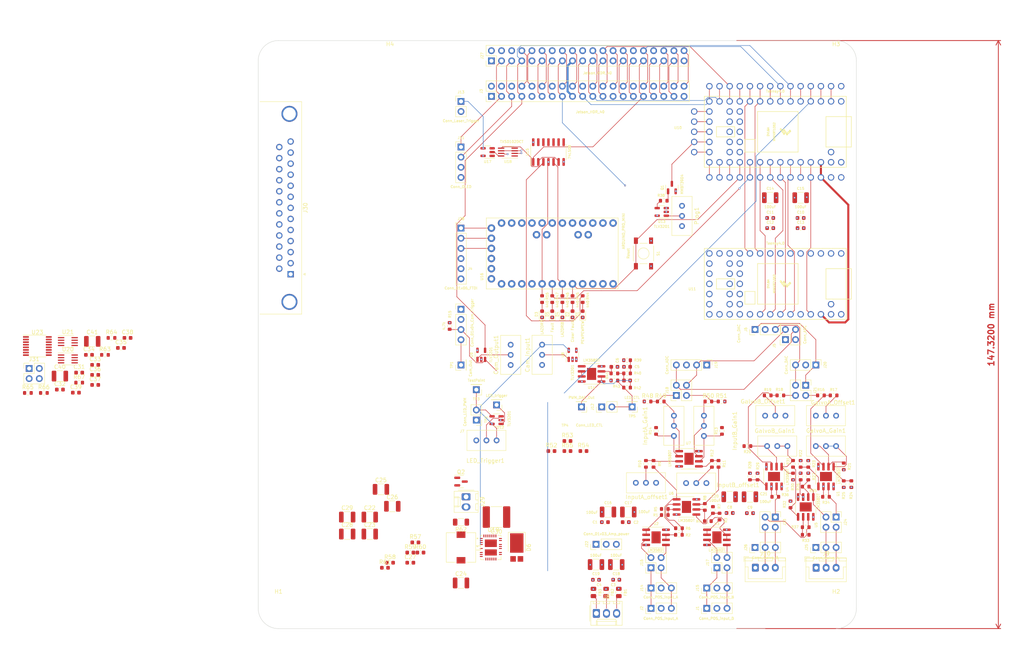
<source format=kicad_pcb>
(kicad_pcb (version 20211014) (generator pcbnew)
  (layers (0 "F.Cu" signal) (1 "In1.Cu" signal) (2 "In2.Cu" signal) (31 "B.Cu" signal) (34 "B.Paste" user) (35 "F.Paste" user) (36 "B.SilkS" user "B.Silkscreen") (37 "F.SilkS" user "F.Silkscreen") (38 "B.Mask" user) (39 "F.Mask" user) (44 "Edge.Cuts" user))
  (net 0 "")
  (net 1 "Net-(J1-Pad1)")
  (net 2 "Net-(J1-Pad3)")
  (net 3 "Net-(C7-Pad2)")
  (net 4 "Net-(J14-Pad1)")
  (net 5 "Net-(J14-Pad3)")
  (net 6 "/OLED_SDA")
  (net 7 "Net-(FB3-Pad2)")
  (net 8 "Net-(FB2-Pad1)")
  (net 9 "Net-(FB1-Pad2)")
  (net 10 "/CAM_EXPOSURE")
  (net 11 "Net-(R1-Pad1)")
  (net 12 "Net-(R1-Pad2)")
  (net 13 "Net-(R2-Pad1)")
  (net 14 "Net-(R2-Pad2)")
  (net 15 "Net-(R3-Pad1)")
  (net 16 "Net-(R3-Pad2)")
  (net 17 "Net-(R4-Pad1)")
  (net 18 "Net-(R4-Pad2)")
  (net 19 "Net-(R11-Pad1)")
  (net 20 "Net-(R10-Pad1)")
  (net 21 "Net-(GalvoA_Gain1-Pad2)")
  (net 22 "Net-(R11-Pad2)")
  (net 23 "Net-(GalvoA_Gain1-Pad1)")
  (net 24 "Net-(GalvoA_Offset1-Pad2)")
  (net 25 "Net-(GalvoB_Gain1-Pad2)")
  (net 26 "+3V3")
  (net 27 "Net-(GalvoB_Gain1-Pad1)")
  (net 28 "Net-(GalvoB_Offset1-Pad2)")
  (net 29 "+15V")
  (net 30 "-15V")
  (net 31 "+5V")
  (net 32 "/CAM_TRIGGER")
  (net 33 "LED_trigger")
  (net 34 "PWM_DAC")
  (net 35 "Net-(R38-Pad1)")
  (net 36 "Net-(C5-Pad2)")
  (net 37 "/MISC1")
  (net 38 "Net-(C6-Pad1)")
  (net 39 "Net-(C7-Pad1)")
  (net 40 "Net-(R6-Pad2)")
  (net 41 "Net-(D1-Pad2)")
  (net 42 "Net-(D2-Pad2)")
  (net 43 "Net-(D3-Pad2)")
  (net 44 "Net-(D4-Pad2)")
  (net 45 "Net-(D5-Pad2)")
  (net 52 "/MISC0")
  (net 53 "Net-(J18-Pad4)")
  (net 54 "Net-(J10-Pad2)")
  (net 55 "Net-(J10-Pad3)")
  (net 56 "Net-(J18-Pad2)")
  (net 57 "Net-(J20-Pad1)")
  (net 58 "Net-(J20-Pad3)")
  (net 59 "Net-(J24-Pad4)")
  (net 60 "Net-(J24-Pad2)")
  (net 61 "Net-(J16-Pad2)")
  (net 62 "Net-(J16-Pad4)")
  (net 63 "Net-(J17-Pad2)")
  (net 64 "Net-(J17-Pad4)")
  (net 65 "Net-(InputA_Gain1-Pad2)")
  (net 66 "Net-(InputA_Gain1-Pad1)")
  (net 67 "Net-(J21-Pad2)")
  (net 68 "Net-(J21-Pad4)")
  (net 69 "Net-(J24-Pad1)")
  (net 70 "Net-(R16-Pad2)")
  (net 71 "Net-(InputA_offset1-Pad2)")
  (net 72 "Net-(R22-Pad2)")
  (net 73 "Net-(InputB_Gain1-Pad2)")
  (net 74 "Net-(R24-Pad2)")
  (net 75 "Net-(J23-Pad1)")
  (net 76 "Net-(J23-Pad3)")
  (net 77 "Net-(R28-Pad2)")
  (net 78 "Net-(R30-Pad2)")
  (net 79 "Net-(R31-Pad2)")
  (net 80 "Net-(R33-Pad2)")
  (net 81 "Net-(J24-Pad3)")
  (net 82 "Net-(R18-Pad2)")
  (net 83 "Net-(InputB_Gain1-Pad1)")
  (net 84 "Net-(R25-Pad2)")
  (net 85 "Net-(R27-Pad2)")
  (net 86 "Net-(InputB_offset1-Pad2)")
  (net 102 "Net-(J28-Pad3)")
  (net 105 "Net-(J28-Pad2)")
  (net 106 "Net-(J28-Pad1)")
  (net 107 "Net-(LED_Trigger1-Pad2)")
  (net 108 "Net-(U15-Pad2)")
  (net 111 "unconnected-(U10-Pad2)")
  (net 112 "unconnected-(U10-Pad3)")
  (net 113 "unconnected-(U10-Pad11)")
  (net 114 "unconnected-(U10-Pad15)")
  (net 115 "unconnected-(U10-Pad19)")
  (net 116 "unconnected-(U10-Pad21)")
  (net 117 "unconnected-(U10-Pad29)")
  (net 160 "SGT_TX")
  (net 161 "SGT_RX")
  (net 162 "SGT_SDA")
  (net 163 "SGT_SCL")
  (net 164 "SGT_LRCLK")
  (net 165 "SGT_BCLK")
  (net 166 "SGT_MCLK")
  (net 167 "SGT_3.3")
  (net 168 "GND")
  (net 169 "Net-(Q1-Pad1)")
  (net 170 "/LAZOR!!!")
  (net 171 "/Prog_Reset")
  (net 172 "/Cam_In")
  (net 173 "/Clear_Fault")
  (net 174 "/Fault")
  (net 175 "Net-(Cam_Input1-Pad2)")
  (net 176 "Net-(Cam_Output1-Pad2)")
  (net 177 "Net-(U17-Pad2)")
  (net 178 "Net-(U14-Pad6)")
  (net 179 "Net-(Prog1-Pad2)")
  (net 180 "Net-(J18-Pad1)")
  (net 181 "Net-(J18-Pad3)")
  (net 182 "/OLED_SCL")
  (net 183 "unconnected-(J27-Pad11)")
  (net 184 "unconnected-(J27-Pad12)")
  (net 185 "unconnected-(J27-Pad13)")
  (net 186 "unconnected-(J27-Pad16)")
  (net 187 "unconnected-(J27-Pad18)")
  (net 188 "unconnected-(J27-Pad22)")
  (net 189 "unconnected-(J27-Pad26)")
  (net 190 "unconnected-(J27-Pad27)")
  (net 191 "unconnected-(J27-Pad28)")
  (net 192 "unconnected-(J27-Pad35)")
  (net 193 "unconnected-(J27-Pad36)")
  (net 194 "unconnected-(J27-Pad37)")
  (net 195 "unconnected-(J27-Pad38)")
  (net 196 "unconnected-(J27-Pad40)")
  (net 199 "/MOSI")
  (net 200 "/MISO")
  (net 201 "/SCK")
  (net 202 "/CS")
  (net 203 "/Laz0r?")
  (net 204 "unconnected-(U10-Pad16)")
  (net 205 "/Veapons_Hot")
  (net 206 "Net-(Q1-Pad3)")
  (net 207 "Net-(L1-Pad1)")
  (net 208 "Net-(L1-Pad2)")
  (net 211 "Net-(U19-Pad12)")
  (net 213 "Net-(U19-Pad27)")
  (net 214 "Net-(D6-Pad1)")
  (net 215 "GND2")
  (net 216 "Net-(U19-Pad25)")
  (net 217 "Net-(U19-Pad3)")
  (net 218 "Net-(U19-Pad35)")
  (net 219 "Net-(U19-Pad36)")
  (net 220 "Net-(U19-Pad30)")
  (net 221 "Net-(U19-Pad34)")
  (net 222 "LED_PWM")
  (net 223 "LED_CTL")
  (net 224 "Net-(U19-Pad23)")
  (net 225 "Net-(U19-Pad2)")
  (net 226 "Net-(J29-Pad1)")
  (net 227 "Net-(R59-Pad2)")
  (net 242 "Net-(C31-Pad2)")
  (net 243 "Net-(C32-Pad1)")
  (net 244 "Net-(C33-Pad1)")
  (net 245 "Net-(C33-Pad2)")
  (net 246 "Net-(C34-Pad1)")
  (net 247 "Net-(C34-Pad2)")
  (net 248 "Net-(C35-Pad1)")
  (net 249 "Net-(C35-Pad2)")
  (net 250 "Net-(C38-Pad1)")
  (net 251 "Net-(C39-Pad1)")
  (net 252 "Jetson_TX")
  (net 253 "Jetson_RX")
  (net 254 "Laser Trigger")
  (net 255 "TxD RS232")
  (net 256 "RxD RS232")
  (net 257 "Laser Power Input")
  (net 258 "System Alarm")
  (net 259 "Red Laser Trigger")
  (net 260 "Current Alarm")
  (net 261 "Temp Alarm")
  (net 262 "Simmer Control")
  (net 263 "Net-(J31-Pad1)")
  (net 264 "Net-(J31-Pad3)")
  (net 265 "Net-(U15-Pad3)")
  (net 266 "Laser power PWM")
  (net 267 "Net-(R66-Pad2)")
  (footprint "Potentiometer_THT:Potentiometer_Bourns_3296W_Vertical" (layer "F.Cu") (at 137.0584 144.78 -90)
    (fp_text reference "InputB_Gain1")
    (fp_text value "50k")
  )
  (footprint "Capacitor_SMD:C_0603_1608Metric" (layer "F.Cu") (at 102.87 146.05)
    (fp_text reference "R53")
    (fp_text value "R_Small_US")
  )
  (footprint "Resistor_SMD:R_0603_1608Metric" (layer "F.Cu") (at 127.254 163.068 180)
    (fp_text reference "R5")
    (fp_text value "10k" hide)
  )
  (footprint "Capacitor_SMD:C_1210_3225Metric" (layer "F.Cu") (at 143.51 160.02)
    (fp_text reference "C20")
    (fp_text value "100uF")
  )
  (footprint "Resistor_SMD:R_0603_1608Metric" (layer "F.Cu") (at 167.64 160.02)
    (fp_text reference "R34")
    (fp_text value "10k" hide)
  )
  (footprint "Potentiometer_THT:Potentiometer_Bourns_3296W_Vertical" (layer "F.Cu") (at 152.898 147.32 180)
    (fp_text reference "GalvoB_Gain1")
    (fp_text value "50k")
  )
  (footprint "Capacitor_SMD:C_0603_1608Metric" (layer "F.Cu") (at 114.631191 127.4572)
    (fp_text reference "C6")
    (fp_text value "330p" hide)
  )
  (footprint "Resistor_SMD:R_0603_1608Metric" (layer "F.Cu") (at 125.070006 143.51 90)
    (fp_text reference "R14")
    (fp_text value "1k" hide)
  )
  (footprint "Package_SO:SOIC-8-1EP_3.9x4.9mm_P1.27mm_EP2.29x3mm" (layer "F.Cu") (at 133.325006 150.495)
    (fp_text reference "U7")
    (fp_text value "LM358DT")
  )
  (footprint "Resistor_SMD:R_0603_1608Metric" (layer "F.Cu") (at -11.355 120.21)
    (fp_text reference "R64")
    (fp_text value "110k")
  )
  (footprint "Resistor_SMD:R_0603_1608Metric" (layer "F.Cu") (at 141.478 136.144)
    (fp_text reference "R51")
    (fp_text value "5k")
  )
  (footprint "Resistor_SMD:R_0603_1608Metric" (layer "F.Cu") (at 148.59 154.94 -90)
    (fp_text reference "R28")
    (fp_text value "10k" hide)
  )
  (footprint "Connector_PinHeader_2.54mm:PinHeader_2x20_P2.54mm_Vertical" (layer "F.Cu") (at 83.82 59.695 90)
    (fp_text reference "J3")
    (fp_text value "Jetson_HDR_40")
  )
  (footprint "Connector_PinHeader_2.54mm:PinHeader_1x01_P2.54mm_Vertical" (layer "F.Cu") (at 85.1175 137 180)
    (fp_text reference "TP2")
    (fp_text value "LED_trigger")
  )
  (footprint "Capacitor_SMD:C_0603_1608Metric" (layer "F.Cu") (at 63.5 176.53)
    (fp_text reference "C27")
    (fp_text value "4.7uF")
  )
  (footprint "Project:CONV_LT3958EUHE#PBF" (layer "F.Cu") (at 83.68 172.72)
    (fp_text reference "U19")
    (fp_text value "LT3956")
  )
  (footprint "Capacitor_SMD:C_1210_3225Metric" (layer "F.Cu") (at -24.285 129.78)
    (fp_text reference "C40")
    (fp_text value "100uF")
  )
  (footprint "Connector_PinHeader_2.54mm:PinHeader_1x03_P2.54mm_Vertical" (layer "F.Cu") (at 165.1 127 -90)
    (fp_text reference "J20")
    (fp_text value "Conn_DAC")
  )
  (footprint "Package_SO:SOIC-14_3.9x8.7mm_P1.27mm" (layer "F.Cu") (at 98.11 73.66 90)
    (fp_text reference "U15")
    (fp_text value "74LS08")
  )
  (footprint "Resistor_SMD:R_0603_1608Metric" (layer "F.Cu") (at 162.56 157.48)
    (fp_text reference "R35")
    (fp_text value "10k" hide)
  )
  (footprint "Connector_PinHeader_2.54mm:PinHeader_2x02_P2.54mm_Vertical" (layer "F.Cu") (at 162.56 132.08 -90)
    (fp_text reference "J21")
    (fp_text value "Conn_02x02_Odd_Even" hide)
  )
  (footprint "Diode_SMD:D_PowerDI-5" (layer "F.Cu") (at 90.17 172.72 -90)
    (fp_text reference "D6")
    (fp_text value "PD3100")
  )
  (footprint "Capacitor_SMD:C_0603_1608Metric" (layer "F.Cu") (at 58.42 176.53)
    (fp_text reference "R58")
    (fp_text value "100k")
  )
  (footprint "Potentiometer_THT:Potentiometer_Bourns_3296W_Vertical" (layer "F.Cu") (at 165.1 139.7 180)
    (fp_text reference "GalvoA_Offset1")
    (fp_text value "50k")
  )
  (footprint "Resistor_SMD:R_0603_1608Metric" (layer "F.Cu") (at 166.37 134.62)
    (fp_text reference "R16")
    (fp_text value "12k" hide)
  )
  (footprint "Package_SO:SOIC-8-1EP_3.9x4.9mm_P1.27mm_EP2.29x3mm" (layer "F.Cu") (at 108.9152 129.2352 180)
    (fp_text reference "U14")
    (fp_text value "LM358DT")
  )
  (footprint "Capacitor_SMD:C_0603_1608Metric" (layer "F.Cu") (at 153.67 92.71)
    (fp_text reference "C12")
    (fp_text value ".01u" hide)
  )
  (footprint "Connector_PinHeader_2.54mm:PinHeader_1x02_P2.54mm_Vertical" (layer "F.Cu") (at 80.0375 140.81 180)
    (fp_text reference "J7")
    (fp_text value "Conn_LED_PWM")
  )
  (footprint "Connector_PinHeader_2.54mm:PinHeader_2x02_P2.54mm_Vertical" (layer "F.Cu") (at 154.94 165.1 -90)
    (fp_text reference "J23")
    (fp_text value "Conn_02x02_Odd_Even" hide)
  )
  (footprint "Package_SO:SSOP-8_2.95x2.8mm_P0.65mm" (layer "F.Cu") (at 87.95 73.66 180)
    (fp_text reference "U18")
    (fp_text value "TXS0102DCT")
  )
  (footprint "Connector_PinHeader_2.54mm:PinHeader_1x03_P2.54mm_Vertical" (layer "F.Cu") (at 110.035 171.92 90)
    (fp_text reference "J22")
    (fp_text value "Conn_01x03_Amp_power")
  )
  (footprint "Connector_PinHeader_2.54mm:PinHeader_2x02_P2.54mm_Vertical" (layer "F.Cu") (at 170.18 165.1 -90)
    (fp_text reference "J24")
    (fp_text value "Conn_02x02_Odd_Even" hide)
  )
  (footprint "Capacitor_SMD:C_1210_3225Metric" (layer "F.Cu") (at 115.1 177 180)
    (fp_text reference "C18")
    (fp_text value "100uF")
  )
  (footprint "Potentiometer_THT:Potentiometer_Bourns_3296W_Vertical" (layer "F.Cu") (at 96.52 121.91 90)
    (fp_text reference "Cam_Input1")
    (fp_text value "50k")
  )
  (footprint "Package_TO_SOT_SMD:SOT-23-5" (layer "F.Cu") (at 81.28 124.46 90)
    (fp_text reference "U9")
    (fp_text value "TLV3201")
  )
  (footprint "Resistor_SMD:R_0603_1608Metric" (layer "F.Cu") (at 106.68 110.49 90)
    (fp_text reference "R44")
    (fp_text value "440")
  )
  (footprint "Package_SO:SOIC-8-1EP_3.9x4.9mm_P1.27mm_EP2.29x3mm" (layer "F.Cu") (at 162.56 162.56 -90)
    (fp_text reference "U5")
    (fp_text value "LM358DT")
  )
  (footprint "Potentiometer_THT:Potentiometer_Bourns_3296W_Vertical" (layer "F.Cu") (at 88.646 121.92 90)
    (fp_text reference "Cam_Output1")
    (fp_text value "50k")
  )
  (footprint "Potentiometer_THT:Potentiometer_Bourns_3296W_Vertical" (layer "F.Cu") (at 129.54 144.78 -90)
    (fp_text reference "InputA_Gain1")
    (fp_text value "50k")
  )
  (footprint "Connector_PinHeader_2.54mm:PinHeader_2x20_P2.54mm_Vertical" (layer "F.Cu") (at 83.82 50.8 90)
    (fp_text reference "J27")
    (fp_text value "Jetson_HDR_40")
  )
  (footprint "Connector_PinHeader_2.54mm:PinHeader_1x01_P2.54mm_Vertical" (layer "F.Cu") (at 119.0752 137.4902 180)
    (fp_text reference "TP5")
    (fp_text value "LED_CTL")
  )
  (footprint "Connector_PinHeader_2.54mm:PinHeader_1x03_P2.54mm_Vertical" (layer "F.Cu") (at 123.815 182.88 90)
    (fp_text reference "J14")
    (fp_text value "Conn_POS_input_A")
  )
  (footprint "Capacitor_SMD:C_0603_1608Metric" (layer "F.Cu") (at 117.475 166.37)
    (fp_text reference "C2")
    (fp_text value ".01u" hide)
  )
  (footprint "Potentiometer_THT:Potentiometer_Bourns_3296W_Vertical" (layer "F.Cu") (at 152.4 139.7 180)
    (fp_text reference "GalvoB_Offset1")
    (fp_text value "50k")
  )
  (footprint "Resistor_SMD:R_0603_1608Metric" (layer "F.Cu") (at 140.716 151.765 90)
    (fp_text reference "R11")
    (fp_text value "12k" hide)
  )
  (footprint "Resistor_SMD:R_0603_1608Metric" (layer "F.Cu") (at 138.176 136.144)
    (fp_text reference "R50")
    (fp_text value "5k")
  )
  (footprint "Connector_PinHeader_2.54mm:PinHeader_1x04_P2.54mm_Vertical" (layer "F.Cu") (at 137.77 127 -90)
    (fp_text reference "J19")
    (fp_text value "Conn_ADC")
  )
  (footprint "Connector_Molex:Molex_KK-254_AE-6410-03A_1x03_P2.54mm_Vertical" (layer "F.Cu") (at 110.109 189.23)
    (fp_text reference "J8")
    (fp_text value "Conn_Galvo_Power")
  )
  (footprint "Resistor_SMD:R_0603_1608Metric" (layer "F.Cu") (at 158.75 161.925 -90)
    (fp_text reference "R32")
    (fp_text value "10k" hide)
  )
  (footprint "Package_SO:SOIC-8-1EP_3.9x4.9mm_P1.27mm_EP2.29x3mm" (layer "F.Cu") (at 125.070006 170.18)
    (fp_text reference "U2")
    (fp_text value "LM358DT")
  )
  (footprint "Project:CDRH74" (layer "F.Cu") (at 76.2 172.72 -90)
    (fp_text reference "L1")
    (fp_text value "22u")
  )
  (footprint "Capacitor_SMD:C_0603_1608Metric" (layer "F.Cu") (at 66.04 173.99)
    (fp_text reference "R60")
    (fp_text value "4.7nF1")
  )
  (footprint "Capacitor_SMD:C_0603_1608Metric" (layer "F.Cu") (at 161.29 90.17)
    (fp_text reference "C10")
    (fp_text value "1u" hide)
  )
  (footprint "Capacitor_SMD:C_1210_3225Metric" (layer "F.Cu") (at 153.67 85.09)
    (fp_text reference "C14")
    (fp_text value "100uF")
  )
  (footprint "Capacitor_SMD:C_0603_1608Metric" (layer "F.Cu") (at 64.77 171.45)
    (fp_text reference "R57")
    (fp_text value "10k")
  )
  (footprint "Resistor_SMD:R_0603_1608Metric" (layer "F.Cu") (at 117.8052 125.8062)
    (fp_text reference "R39")
    (fp_text value "12k" hide)
  )
  (footprint "Package_SO:SOIC-8-1EP_3.9x4.9mm_P1.27mm_EP2.29x3mm" (layer "F.Cu") (at 140.310006 170.18)
    (fp_text reference "U3")
    (fp_text value "LM358DT")
  )
  (footprint "Diode_SMD:D_0603_1608Metric" (layer "F.Cu") (at 96.52 114.3 90)
    (fp_text reference "D3")
    (fp_text value "LAZOR?")
  )
  (footprint "Capacitor_SMD:C_0603_1608Metric" (layer "F.Cu") (at 117.8052 127.4572)
    (fp_text reference "C5")
    (fp_text value ".0047u" hide)
  )
  (footprint "Connector_PinHeader_2.54mm:PinHeader_1x03_P2.54mm_Vertical" (layer "F.Cu") (at 149.875 172.72 90)
    (fp_text reference "J26")
    (fp_text value "Conn_Galvo_B")
  )
  (footprint "Resistor_SMD:R_0603_1608Metric" (layer "F.Cu") (at 156.21 134.62 180)
    (fp_text reference "R18")
    (fp_text value "12k" hide)
  )
  (footprint "Capacitor_SMD:C_0603_1608Metric" (layer "F.Cu") (at -19.455 128.91)
    (fp_text reference "C31")
    (fp_text value ".0047u")
  )
  (footprint "Capacitor_SMD:C_0603_1608Metric" (layer "F.Cu") (at 98.86 148.56)
    (fp_text reference "R52")
    (fp_text value "R_Small_US")
  )
  (footprint "Resistor_SMD:R_0603_1608Metric" (layer "F.Cu") (at 114.631191 130.8862 180)
    (fp_text reference "R43")
    (fp_text value "2.8k" hide)
  )
  (footprint "Resistor_SMD:R_0603_1608Metric" (layer "F.Cu") (at 161.29 151.765 -90)
    (fp_text reference "R22")
    (fp_text value "10k" hide)
  )
  (footprint "Resistor_SMD:R_0603_1608Metric" (layer "F.Cu") (at 126.238 136.144)
    (fp_text reference "R49")
    (fp_text value "5k")
  )
  (footprint "Connector_Dsub:DSUB-25_Female_Horizontal_P2.77x2.84mm_EdgePinOffset4.94mm_Housed_MountingHolesOffset7.48mm" (layer "F.Cu") (at 33.520331 104.255 -90)
    (fp_text reference "J30")
    (fp_text value "DB25_Female_MountingHoles")
  )
  (footprint "Project:MODULE_ARDUINO_PRO_MINI" (layer "F.Cu") (at 99.06 99.06 90)
    (fp_text reference "U16")
    (fp_text value "ARDUINO_PRO_MINI")
  )
  (footprint "Capacitor_SMD:C_0603_1608Metric" (layer "F.Cu") (at -17.005 124.46)
    (fp_text reference "C34")
    (fp_text value "0.1u")
  )
  (footprint "Resistor_SMD:R_0603_1608Metric" (layer "F.Cu") (at 162.56 167.64)
    (fp_text reference "R37")
    (fp_text value "10k" hide)
  )
  (footprint "Connector_PinHeader_2.54mm:PinHeader_1x02_P2.54mm_Vertical" (layer "F.Cu") (at 111.4552 137.4902 90)
    (fp_text reference "J12")
    (fp_text value "Conn_LED_CTL")
  )
  (footprint "Capacitor_SMD:C_1210_3225Metric" (layer "F.Cu") (at 53.34 165.1)
    (fp_text reference "C22")
    (fp_text value "100uF")
  )
  (footprint "Capacitor_SMD:C_1210_3225Metric" (layer "F.Cu") (at 58.99 162.4)
    (fp_text reference "C26")
    (fp_text value "100uF")
  )
  (footprint "Connector_PinHeader_2.54mm:PinHeader_2x02_P2.54mm_Vertical" (layer "F.Cu") (at 157.48 120.65 90)
    (fp_text reference "J5")
    (fp_text value "Conn_ADC")
  )
  (footprint "Resistor_SMD:R_0603_1608Metric" (layer "F.Cu") (at 159.385 154.94 -90)
    (fp_text reference "R30")
    (fp_text value "10k" hide)
  )
  (footprint "Capacitor_SMD:C_0603_1608Metric" (layer "F.Cu") (at -20.275 133.93)
    (fp_text reference "C39")
    (fp_text value "0.1u")
  )
  (footprint "Capacitor_SMD:C_0603_1608Metric" (layer "F.Cu") (at 161.29 92.71)
    (fp_text reference "C13")
    (fp_text value ".01u" hide)
  )
  (footprint "Capacitor_SMD:C_0603_1608Metric" (layer "F.Cu") (at -15.445 129.48)
    (fp_text reference "C36")
    (fp_text value ".01u")
  )
  (footprint "Connector_PinHeader_2.54mm:PinHeader_2x02_P2.54mm_Vertical" (layer "F.Cu") (at 130.150006 134.62 90)
    (fp_text reference "J18")
    (fp_text value "Conn_02x02_Odd_Even" hide)
  )
  (footprint "Resistor_SMD:R_0603_1608Metric" (layer "F.Cu") (at 141.580006 143.51 90)
    (fp_text reference "R13")
    (fp_text value "1k" hide)
  )
  (footprint "MountingHole:MountingHole_3.2mm_M3" (layer "F.Cu") (at 58.42 50.8)
    (fp_text reference "H4")
    (fp_text value "MountingHole")
  )
  (footprint "Capacitor_SMD:C_1210_3225Metric" (layer "F.Cu") (at 76.2 181.61)
    (fp_text reference "C24")
    (fp_text value "100uF")
  )
  (footprint "Package_TO_SOT_SMD:SOT-23-5" (layer "F.Cu") (at 104.14 124.46 90)
    (fp_text reference "U8")
    (fp_text value "TLV3201")
  )
  (footprint "Connector_PinHeader_2.54mm:PinHeader_1x03_P2.54mm_Vertical" (layer "F.Cu") (at 165.1 172.72 90)
    (fp_text reference "J25")
    (fp_text value "Conn_Galvo_A")
  )
  (footprint "Resistor_SMD:R_0603_1608Metric" (layer "F.Cu") (at -32.305 134)
    (fp_text reference "R65")
    (fp_text value "36k")
  )
  (footprint "Resistor_SMD:R_0603_1608Metric" (layer "F.Cu") (at -28.295 134)
    (fp_text reference "R66")
    (fp_text value "91k")
  )
  (footprint "Diode_SMD:D_0603_1608Metric" (layer "F.Cu") (at 101.6 114.3 90)
    (fp_text reference "D4")
    (fp_text value "LAZOR!!!")
  )
  (footprint "Resistor_SMD:R_0603_1608Metric" (layer "F.Cu") (at 154.94 160.02)
    (fp_text reference "R36")
    (fp_text value "10k" hide)
  )
  (footprint "Connector_PinHeader_2.54mm:PinHeader_1x03_P2.54mm_Vertical" (layer "F.Cu") (at 149.875 118.11 90)
    (fp_text reference "J6")
    (fp_text value "Conn_DAC")
  )
  (footprint "Resistor_SMD:R_0603_1608Metric" (layer "F.Cu") (at 137.287 162.56 90)
    (fp_text reference "R8")
    (fp_text value "10k" hide)
  )
  (footprint "Resistor_SMD:R_0603_1608Metric" (layer "F.Cu") (at 101.6 110.49 90)
    (fp_text reference "R46")
    (fp_text value "440")
  )
  (footprint "Capacitor_SMD:C_0603_1608Metric" (layer "F.Cu") (at 143.51 164.080012)
    (fp_text reference "C8")
    (fp_text value ".01u" hide)
  )
  (footprint "Package_TO_SOT_SMD:SOT-23" (layer "F.Cu") (at 129.032 82.55 90)
    (fp_text reference "Q1")
    (fp_text value "MMBT3904")
  )
  (footprint "MountingHole:MountingHole_3.2mm_M3" (layer "F.Cu") (at 170.18 50.8)
    (fp_text reference "H3")
    (fp_text value "MountingHole")
  )
  (footprint "Diode_SMD:D_0603_1608Metric" (layer "F.Cu") (at 104.14 114.3 90)
    (fp_text reference "D2")
    (fp_text value "Clear Fault")
  )
  (footprint "Connector_PinHeader_2.54mm:PinHeader_1x03_P2.54mm_Vertical" (layer "F.Cu") (at 137.77 182.88 90)
    (fp_text reference "J15")
    (fp_text value "Conn_POS_input_B")
  )
  (footprint "Resistor_SMD:R_0603_1608Metric" (layer "F.Cu") (at 159.385 151.765 -90)
    (fp_text reference "R31")
    (fp_text value "10k" hide)
  )
  (footprint "Connector_Molex:Molex_KK-254_AE-6410-02A_1x02_P2.54mm_Vertical" (layer "F.Cu") (at 77.47 160.02 -90)
    (fp_text reference "J29")
    (fp_text value "Conn_LED_Power")
  )
  (footprint "Capacitor_SMD:C_0603_1608Metric" (layer "F.Cu") (at 112.254995 166.37)
    (fp_text reference "C1")
    (fp_text value ".01u" hide)
  )
  (footprint "Resistor_SMD:R_0603_1608Metric" (layer "F.Cu") (at 122.530006 151.765 -90)
    (fp_text reference "R10")
    (fp_text value "12k" hide)
  )
  (footprint "Potentiometer_THT:Potentiometer_Bourns_3296W_Vertical" (layer "F.Cu") (at 137.678 156.591)
    (fp_text reference "InputB_offset1")
    (fp_text value "50k")
  )
  (footprint "Resistor_SMD:R_0603_1608Metric" (layer "F.Cu") (at 139.065 151.765 90)
    (fp_text reference "R12")
    (fp_text value "12k" hide)
  )
  (footprint "Resistor_SMD:R_0603_1608Metric" (layer "F.Cu") (at 127.254 164.592)
    (fp_text reference "R1")
    (fp_text value "10k" hide)
  )
  (footprint "Capacitor_SMD:C_0603_1608Metric" (layer "F.Cu") (at -15.445 126.97)
    (fp_text reference "C33")
    (fp_text value ".0022u")
  )
  (footprint "Capacitor_SMD:C_0603_1608Metric" (layer "F.Cu") (at -8.985 122.72)
    (fp_text reference "C35")
    (fp_text value "0.1u")
  )
  (footprint "Capacitor_SMD:C_1210_3225Metric" (layer "F.Cu") (at 118.11 163.83)
    (fp_text reference "C17")
    (fp_text value "100uF")
  )
  (footprint "Connector_PinHeader_2.54mm:PinHeader_2x02_P2.54mm_Vertical" (layer "F.Cu") (at 123.800006 177.805004 90)
    (fp_text reference "J16")
    (fp_text value "Conn_02x02_Odd_Even" hide)
  )
  (footprint "Connector_PinHeader_2.54mm:PinHeader_1x02_P2.54mm_Vertical" (layer "F.Cu") (at 76.2 60.96)
    (fp_text reference "J13")
    (fp_text value "Conn_Laser_Trigger")
  )
  (footprint "Capacitor_SMD:C_0603_1608Metric" (layer "F.Cu") (at 102.87 148.56)
    (fp_text reference "R55")
    (fp_text value "R_Small_US")
  )
  (footprint "Connector_PinHeader_2.54mm:PinHeader_1x06_P2.54mm_Vertical" (layer "F.Cu") (at 76.2 92.71)
    (fp_text reference "J28")
    (fp_text value "Conn_01x06_FTDI")
  )
  (footprint "Capacitor_SMD:C_1210_3225Metric" (layer "F.Cu") (at -16.185 121.08)
    (fp_text reference "C41")
    (fp_text value "100uF")
  )
  (footprint "Resistor_SMD:R_0805_2012Metric" (layer "F.Cu") (at 109.384998 183.985002 -90)
    (fp_text reference "FB3")
    (fp_text value "GZ2012D601TF" hide)
  )
  (footprint "Resistor_SMD:R_0603_1608Metric" (layer "F.Cu") (at 172.085 156.845 -90)
    (fp_text reference "R25")
    (fp_text value "10k" hide)
  )
  (footprint "Package_TO_SOT_SMD:SOT-23-5" (layer "F.Cu") (at 85.1175 140.81 180)
    (fp_text reference "U12")
    (fp_text value "TLV3201")
  )
  (footprint "Package_SO:TSSOP-16_4.4x5mm_P0.65mm" (layer "F.Cu") (at -29.935 122.25)
    (fp_text reference "U23")
    (fp_text value "SP3232EEY-L/TR")
  )
  (footprint "Package_TO_SOT_SMD:SOT-23-5" (layer "F.Cu") (at 82.87 73.66 180)
    (fp_text reference "U17")
    (fp_text value "74LVC1G34")
  )
  (footprint "Resistor_SMD:R_0603_1608Metric" (layer "F.Cu") (at 117.8052 129.1082 180)
    (fp_text reference "R40")
    (fp_text value "110k" hide)
  )
  (footprint "Resistor_SMD:R_0603_1608Metric" (layer "F.Cu") (at 73.3552 117.221 -90)
    (fp_text reference "R15")
    (fp_text value "4.7k")
  )
  (footprint "Resistor_SMD:R_0603_1608Metric" (layer "F.Cu") (at 150.495 154.94 -90)
    (fp_text reference "R29")
    (fp_text value "10k" hide)
  )
  (footprint "Resistor_SMD:R_0603_1608Metric" (layer "F.Cu") (at 138.049 166.116 180)
    (fp_text reference "R4")
    (fp_text value "10k" hide)
  )
  (footprint "Resistor_SMD:R_0603_1608Metric" (layer "F.Cu") (at 172.085 152.4 -90)
    (fp_text reference "R21")
    (fp_text value "1k" hide)
  )
  (footprint "Potentiometer_THT:Potentiometer_Bourns_3296W_Vertical" (layer "F.Cu") (at 131.572 92.202 -90)
    (fp_text reference "Prog1")
    (fp_text value "50k")
  )
  (footprint "Capacitor_SMD:C_1210_3225Metric" (layer "F.Cu") (at 113.03 163.83)
    (fp_text reference "C16")
    (fp_text value "100uF")
  )
  (footprint "Connector_PinHeader_2.54mm:PinHeader_1x04_P2.54mm_Vertical" (layer "F.Cu") (at 76.2 72.39)
    (fp_text reference "J11")
    (fp_text value "Conn_OLED")
  )
  (footprint "Connector_PinHeader_2.54mm:PinHeader_1x01_P2.54mm_Vertical" (layer "F.Cu") (at 76.2 127 90)
    (fp_text reference "TP1")
    (fp_text value "Cam_Out")
  )
  (footprint "Connector_PinHeader_2.54mm:PinHeader_1x01_P2.54mm_Vertical" (layer "F.Cu") (at 80.0375 133.19 180)
    (fp_text reference "TP3")
    (fp_text value "TestPoint")
  )
  (footprint "teensy:Teensy40" (layer "F.Cu") (at 154.94 106.68 180)
    (fp_text reference "U11")
    (fp_text value "Teensy4.0")
  )
  (footprint "Capacitor_SMD:C_0603_1608Metric" (layer "F.Cu") (at 117.8052 130.8862 180)
    (fp_text reference "C7")
    (fp_text value ".0022u" hide)
  )
  (footprint "Resistor_SMD:R_0603_1608Metric" (layer "F.Cu") (at 169.545 134.62)
    (fp_text reference "R17")
    (fp_text value "12k" hide)
  )
  (footprint "Connector_PinHeader_2.54mm:PinHeader_2x02_P2.54mm_Vertical" (layer "F.Cu") (at -31.985 127.87)
    (fp_text reference "J31")
    (fp_text value "Conn_02x02_Odd_Even")
  )
  (footprint "Resistor_SMD:R_0603_1608Metric" (layer "F.Cu") (at 130.785006 169.545)
    (fp_text reference "R2")
    (fp_text value "10k" hide)
  )
  (footprint "Resistor_SMD:R_0603_1608Metric" (layer "F.Cu") (at 124.435006 151.765 90)
    (fp_text reference "R9")
    (fp_text value "12k" hide)
  )
  (footprint "Resistor_SMD:R_0603_1608Metric" (layer "F.Cu") (at 153.035 134.62)
    (fp_text reference "R19")
    (fp_text value "12k" hide)
  )
  (footprint "MountingHole:MountingHole_3.2mm_M3" (layer "F.Cu") (at 30.48 187.96)
    (fp_text reference "H1")
    (fp_text value "MountingHole")
  )
  (footprint "Resistor_SMD:R_0603_1608Metric" (layer "F.Cu") (at 114.631191 129.1082 180)
    (fp_text reference "R41")
    (fp_text value "36k" hide)
  )
  (footprint "Capacitor_SMD:C_2220_5650Metric" (layer "F.Cu") (at 85.09 165.1 180)
    (fp_text reference "C30")
    (fp_text value "22uF")
  )
  (footprint "Capacitor_SMD:C_0603_1608Metric" (layer "F.Cu") (at 63.5 173.99)
    (fp_text reference "R59")
    (fp_text value "33k1")
  )
  (footprint "Resistor_SMD:R_0603_1608Metric" (layer "F.Cu") (at 117.8052 132.6642 180)
    (fp_text reference "R42")
    (fp_text value "1.4k" hide)
  )
  (footprint "Resistor_SMD:R_0603_1608Metric" (layer "F.Cu") (at 139.319 163.322 90)
    (fp_text reference "R7")
    (fp_text value "10k" hide)
  )
  (footprint "Connector_JST:JST_XH_B3B-XH-A_1x03_P2.50mm_Vertical" (layer "F.Cu") (at 165.18 177.8)
    (fp_text reference "J9")
    (fp_text value "Conn_Galvo_A")
  )
  (footprint "Package_TO_SOT_SMD:SOT-23-5" (layer "F.Cu") (at 126.492 88.646 180)
    (fp_text reference "U13")
    (fp_text value "TLV3201")
  )
  (footprint "Resistor_SMD:R_0603_1608Metric" (layer "F.Cu") (at 104.14 110.49 90)
    (fp_text reference "R45")
    (fp_text value "440")
  )
  (footprint "Capacitor_SMD:C_0603_1608Metric" (layer "F.Cu") (at 153.67 90.17)
    (fp_text reference "C11")
    (fp_text value "1u" hide)
  )
  (footprint "Resistor_SMD:R_0603_1608Metric" (layer "F.Cu") (at 163.195 154.94 -90)
    (fp_text reference "R27")
    (fp_text value "10k" hide)
  )
  (footprint "Capacitor_SMD:C_0603_1608Metric" (layer "F.Cu") (at 110.019998 180.810002 180)
    (fp_text reference "C4")
    (fp_text value ".01u" hide)
  )
  (footprint "Connector_PinHeader_2.54mm:PinHeader_2x02_P2.54mm_Vertical" (layer "F.Cu") (at 140.310006 177.8 90)
    (fp_text reference "J17")
    (fp_text value "Conn_02x02_Odd_Even" hide)
  )
  (footprint "Capacitor_SMD:C_1210_3225Metric" (layer "F.Cu") (at 161.29 85.09)
    (fp_text reference "C15")
    (fp_text value "100uF")
  )
  (footprint "Potentiometer_THT:Potentiometer_Bourns_3296W_Vertical" (layer "F.Cu") (at 85.1175 145.89)
    (fp_text reference "LED_Trigger1")
    (fp_text value "50k")
  )
  (footprint "Resistor_SMD:R_0603_1608Metric" (layer "F.Cu") (at 173.99 156.845 -90)
    (fp_text reference "R24")
    (fp_text value "10k" hide)
  )
  (footprint "Resistor_SMD:R_0603_1608Metric" (layer "F.Cu") (at 130.81 167.894 180)
    (fp_text reference "R6")
    (fp_text value "10k" hide)
  )
  (footprint "Capacitor_SMD:C_1210_3225Metric" (layer "F.Cu") (at 110.02 177 180)
    (fp_text reference "C19")
    (fp_text value "100uF")
  )
  (footprint "Diode_SMD:D_0603_1608Metric" (layer "F.Cu") (at 106.68 114.3 90)
    (fp_text reference "D1")
    (fp_text value "PEWPEWPEW")
  )
  (footprint "Capacitor_SMD:C_0603_1608Metric" (layer "F.Cu") (at 115.099998 180.810002 180)
    (fp_text reference "C3")
    (fp_text value ".01u" hide)
  )
  (footprint "Resistor_SMD:R_0805_2012Metric" (layer "F.Cu") (at 115.734998 183.985002 -90)
    (fp_text reference "FB1")
    (fp_text value "GZ2012D601TF" hide)
  )
  (footprint "Capacitor_SMD:C_1210_3225Metric" (layer "F.Cu") (at 47.69 169.35)
    (fp_text reference "C28")
    (fp_text value "100uF")
  )
  (footprint "Resistor_SMD:R_0603_1608Metric" (layer "F.Cu") (at 96.52 110.49 90)
    (fp_text reference "R56")
    (fp_text value "440")
  )
  (footprint "Resistor_SMD:R_0603_1608Metric" (layer "F.Cu") (at 147.955 147.32 180)
    (fp_text reference "R20")
    (fp_text value "1k" hide)
  )
  (footprint "Package_SO:SOIC-8-1EP_3.9x4.9mm_P1.27mm_EP2.29x3mm" (layer "F.Cu") (at 154.620011 154.94 -90)
    (fp_text reference "U4")
    (fp_text value "LM358DT")
  )
  (footprint "Potentiometer_THT:Potentiometer_Bourns_3296W_Vertical" (layer "F.Cu") (at 125.0796 156.5148)
    (fp_text reference "InputA_offset1")
    (fp_text value "50k")
  )
  (footprint "Capacitor_SMD:C_0603_1608Metric" (layer "F.Cu") (at 148.59 164.119992)
    (fp_text reference "C9")
    (fp_text value ".01u" hide)
  )
  (footprint "Connector_PinHeader_2.54mm:PinHeader_1x01_P2.54mm_Vertical" (layer "F.Cu") (at 106.3752 137.4902 180)
    (fp_text reference "TP4")
    (fp_text value "PWM_DAC_Out")
  )
  (footprint "teensy:Teensy40" (layer "F.Cu") (at 154.94 68.58 180)
    (fp_text reference "U10")
    (fp_text value "Teensy4.0")
  )
  (footprint "Potentiometer_THT:Potentiometer_Bourns_3296W_Vertical" (layer "F.Cu") (at 165.09 147.32 180)
    (fp_text reference "GalvoA_Gain1")
    (fp_text value "50k")
  )
  (footprint "Capacitor_SMD:C_1210_3225Metric" (layer "F.Cu") (at 53.34 169.35)
    (fp_text reference "C23")
    (fp_text value "100uF")
  )
  (footprint "Resistor_SMD:R_1206_3216Metric" (layer "F.Cu") (at 76.2 166.37 180)
    (fp_text reference "R62")
    (fp_text value "0.147")
  )
  (footprint "Package_SO:SOIC-8-1EP_3.9x4.9mm_P1.27mm_EP2.29x3mm" (layer "F.Cu") (at 132.690006 162.56)
    (fp_text reference "U6")
    (fp_text value "LM358DT")
  )
  (footprint "Package_TO_SOT_SMD:SOT-23" (layer "F.Cu") (at 76.2 156.21)
    (fp_text reference "Q2")
    (fp_text value "AO3400A")
  )
  (footprint "Resistor_SMD:R_0603_1608Metric" (layer "F.Cu") (at -19.455 131.42)
    (fp_text reference "R67")
    (fp_text value "47k")
  )
  (footprint "Resistor_SMD:R_0603_1608Metric" (layer "F.Cu") (at 140.97 164.973 90)
    (fp_text reference "R3")
    (fp_text value "10k" hide)
  )
  (footprint "Capacitor_SMD:C_0603_1608Metric" (layer "F.Cu") (at -15.445 131.99)
    (fp_text reference "C37")
    (fp_text value ".01u")
  )
  (footprint "Resistor_SMD:R_0603_1608Metric" (layer "F.Cu") (at 99.06 110.49 90)
    (fp_text reference "R47")
    (fp_text value "440")
  )
  (footprint "Capacitor_SMD:C_1210_3225Metric" (layer "F.Cu") (at 148.59 160.02)
    (fp_text reference "C21")
    (fp_text value "100uF")
  )
  (footprint "Resistor_SMD:R_0603_1608Metric" (layer "F.Cu") (at 122.936 136.144)
    (fp_text reference "R48")
    (fp_text value "5k")
  )
  (footprint "Resistor_SMD:R_0603_1608Metric" (layer "F.Cu") (at 161.29 154.94 -90)
    (fp_text reference "R26")
    (fp_text value "10k" hide)
  )
  (footprint "Capacitor_SMD:C_1210_3225Metric" (layer "F.Cu") (at 56.14 158.15)
    (fp_text reference "C25")
    (fp_text value "100uF")
  )
  (footprint "Package_SO:SSOP-8_2.95x2.8mm_P0.65mm" (layer "F.Cu") (at -22.285 121.13)
    (fp_text reference "U21")
    (fp_text value "TXS0102DCT")
  )
  (footprint "Package_SO:SOIC-8-1EP_3.9x4.9mm_P1.27mm_EP2.29x3mm" (layer "F.Cu") (at 167.64 154.94 -90)
    (fp_text reference "U1")
    (fp_text value "LM358DT")
  )
  (footprint "Resistor_SMD:R_0603_1608Metric" (layer "F.Cu") (at 127 85.852)
    (fp_text reference "R38")
    (fp_text value "4.7k" hide)
  )
  (footprint "Project:SW_PTS525SM15SMTR2LFS" (layer "F.Cu") (at 121.92 99.06 -90)
    (fp_text reference "S1")
    (fp_text value "Reset")
  )
  (footprint "Resistor_SMD:R_0603_1608Metric" (layer "F.Cu") (at 163.195 151.765 -90)
    (fp_text reference "R23")
    (fp_text value "10k" hide)
  )
  (footprint "Capacitor_SMD:C_0603_1608Metric" (layer "F.Cu") (at -24.285 133.16)
    (fp_text reference "C32")
    (fp_text value "330p")
  )
  (footprint "Connector_PinHeader_2.54mm:PinHeader_1x04_P2.54mm_Vertical" (layer "F.Cu") (at 76.2 113.04)
    (fp_text reference "J4")
    (fp_text value "Conn_01x04_Cam_Trigger")
  )
  (footprint "Resistor_SMD:R_0603_1608Metric" (layer "F.Cu") (at 162.56 169.545 180)
    (fp_text reference "R33")
    (fp_text value "10k" hide)
  )
  (footprint "MountingHole:MountingHole_3.2mm_M3" (layer "F.Cu") (at 170.18 187.96)
    (fp_text reference "H2")
    (fp_text value "MountingHole")
  )
  (footprint "Resistor_SMD:R_0805_2012Metric" (layer "F.Cu") (at 112.559998 183.985002 90)
    (fp_text reference "FB2")
    (fp_text value "GZ2012D601TF" hide)
  )
  (footprint "Diode_SMD:D_0603_1608Metric" (layer "F.Cu") (at 99.06 114.3 90)
    (fp_text reference "D5")
    (fp_text value "Fault")
  )
  (footprint "Connector_PinHeader_2.54mm:PinHeader_1x03_P2.54mm_Vertical" (layer "F.Cu") (at 137.77 187.96 90)
    (fp_text reference "J1")
    (fp_text value "Conn_POS_input_B")
  )
  (footprint "Connector_JST:JST_XH_B3B-XH-A_1x03_P2.50mm_Vertical" (layer "F.Cu") (at 149.94 177.783)
    (fp_text reference "J10")
    (fp_text value "Conn_Galvo_B")
  )
  (footprint "Capacitor_SMD:C_0603_1608Metric" (layer "F.Cu") (at 57.15 177.8)
    (fp_text reference "R61")
    (fp_text value "4.7uF")
  )
  (footprint "Capacitor_SMD:C_1210_3225Metric" (layer "F.Cu") (at 47.69 165.1)
    (fp_text reference "C29")
    (fp_text value "100uF")
  )
  (footprint "Connector_PinHeader_2.54mm:PinHeader_1x03_P2.54mm_Vertical" (layer "F.Cu") (at 123.815 187.96 90)
    (fp_text reference "J2")
    (fp_text value "Conn_POS_input_A")
  )
  (footprint "Resistor_SMD:R_0603_1608Metric" (layer "F.Cu") (at -12.995 124.46)
    (fp_text reference "R63")
    (fp_text value "12k")
  )
  (footprint "Capacitor_SMD:C_0603_1608Metric" (layer "F.Cu") (at 106.88 148.56)
    (fp_text reference "R54")
    (fp_text value "R_Small_US")
  )
  (footprint "Package_SO:SSOP-8_2.95x2.8mm_P0.65mm" (layer "F.Cu") (at -22.285 125.48)
    (fp_text reference "U20")
    (fp_text value "TXS0102DCT")
  )
  (footprint "Capacitor_SMD:C_0603_1608Metric" (layer "F.Cu") (at -7.345 120.21)
    (fp_text reference "C38")
    (fp_text value "0.1u")
  )
  (gr_line (start 175.26 187.96) (end 175.26 50.8) (layer "Edge.Cuts") (width 0.1))
  (gr_arc (start 170.18 45.72) (mid 173.772102 47.207898) (end 175.26 50.8) (layer "Edge.Cuts") (width 0.1))
  (gr_arc (start 25.4 50.8) (mid 26.887898 47.207898) (end 30.48 45.72) (layer "Edge.Cuts") (width 0.1))
  (gr_arc (start 175.26 187.96) (mid 173.772102 191.552102) (end 170.18 193.04) (layer "Edge.Cuts") (width 0.1))
  (gr_line (start 30.48 193.04) (end 152.4 193.04) (layer "Edge.Cuts") (width 0.1))
  (gr_line (start 170.18 45.72) (end 30.48 45.72) (layer "Edge.Cuts") (width 0.1))
  (gr_line (start 25.4 50.8) (end 25.4 187.96) (layer "Edge.Cuts") (width 0.1))
  (gr_arc (start 30.48 193.04) (mid 26.887898 191.552102) (end 25.4 187.96) (layer "Edge.Cuts") (width 0.1))
  (dimension (type aligned) (layer "F.Cu") (pts (xy 144.78 45.72) (xy 144.78 193.04)) (height -66.04) (gr_text "147.3200 mm" (at 209.02 119.38 90) (layer "F.Cu") (effects (font (size 1.5 1.5) (thickness 0.3)))) (format (units 3) (units_format 1) (precision 4)) (style (thickness 0.2) (arrow_length 1.27) (text_position_mode 0) (extension_height 0.58642) (extension_offset 0.5) keep_text_aligned))
  (segment (start 140.31 177.8) (end 140.31 180.34) (width 0.127) (layer "F.Cu") (net 1))
  (segment (start 140.31 180.34) (end 137.77 182.88) (width 0.127) (layer "F.Cu") (net 1))
  (segment (start 137.77 187.96) (end 137.77 182.88) (width 0.127) (layer "F.Cu") (net 1))
  (segment (start 142.85 177.8) (end 142.85 182.88) (width 0.127) (layer "F.Cu") (net 2))
  (segment (start 142.85 187.96) (end 142.85 182.88) (width 0.127) (layer "F.Cu") (net 2))
  (segment (start 116.9802 130.8362) (end 117.0302 130.8862) (width 0.127) (layer "F.Cu") (net 3))
  (segment (start 116.9802 129.1082) (end 115.4562 129.1082) (width 0.127) (layer "F.Cu") (net 3))
  (segment (start 116.9802 129.1082) (end 116.9802 130.8362) (width 0.127) (layer "F.Cu") (net 3))
  (segment (start 123.8 182.865) (end 123.815 182.88) (width 0.127) (layer "F.Cu") (net 4))
  (segment (start 123.815 182.88) (end 123.815 187.96) (width 0.127) (layer "F.Cu") (net 4))
  (segment (start 123.8 177.805) (end 123.8 182.865) (width 0.127) (layer "F.Cu") (net 4))
  (segment (start 126.34 177.805) (end 126.34 180.325) (width 0.127) (layer "F.Cu") (net 5))
  (segment (start 128.895 182.88) (end 128.895 187.96) (width 0.127) (layer "F.Cu") (net 5))
  (segment (start 126.34 180.325) (end 128.895 182.88) (width 0.127) (layer "F.Cu") (net 5))
  (segment (start 85.09 52.07) (end 85.09 58.425) (width 0.127) (layer "F.Cu") (net 6))
  (segment (start 85.09 58.425) (end 86.36 59.695) (width 0.127) (layer "F.Cu") (net 6))
  (segment (start 86.36 50.8) (end 85.09 52.07) (width 0.127) (layer "F.Cu") (net 6))
  (segment (start 76.2 69.855) (end 86.36 59.695) (width 0.127) (layer "F.Cu") (net 6))
  (segment (start 76.2 72.38) (end 76.2 69.855) (width 0.127) (layer "F.Cu") (net 6))
  (segment (start 110.109 185.6215) (end 109.385 184.8975) (width 0.127) (layer "F.Cu") (net 7))
  (segment (start 110.109 187.96) (end 110.109 185.6215) (width 0.127) (layer "F.Cu") (net 7))
  (segment (start 112.649 187.96) (end 112.649 184.9865) (width 0.127) (layer "F.Cu") (net 8))
  (segment (start 112.649 184.9865) (end 112.56 184.8975) (width 0.127) (layer "F.Cu") (net 8))
  (segment (start 115.189 185.4435) (end 115.735 184.8975) (width 0.127) (layer "F.Cu") (net 9))
  (segment (start 115.189 187.96) (end 115.189 185.4435) (width 0.127) (layer "F.Cu") (net 9))
  (segment (start 90.399989 51.840011) (end 90.399989 58.654989) (width 0.127) (layer "F.Cu") (net 10))
  (segment (start 82.23 116.989978) (end 82.23 123.3225) (width 0.127) (layer "F.Cu") (net 10))
  (segment (start 91.44 61.5696) (end 77.240011 75.769589) (width 0.127) (layer "F.Cu") (net 10))
  (segment (start 77.240011 89.561789) (end 75.159989 91.641811) (width 0.127) (layer "F.Cu") (net 10))
  (segment (start 75.159989 91.641811) (end 75.159989 109.919967) (width 0.127) (layer "F.Cu") (net 10))
  (segment (start 91.44 50.8) (end 90.399989 51.840011) (width 0.127) (layer "F.Cu") (net 10))
  (segment (start 158.75 60.96) (end 158.75 57.15) (width 0.127) (layer "F.Cu") (net 10))
  (segment (start 91.44 59.695) (end 91.44 61.5696) (width 0.127) (layer "F.Cu") (net 10))
  (segment (start 90.399989 58.654989) (end 91.44 59.695) (width 0.127) (layer "F.Cu") (net 10))
  (segment (start 75.159989 109.919967) (end 82.23 116.989978) (width 0.127) (layer "F.Cu") (net 10))
  (segment (start 77.240011 75.769589) (end 77.240011 89.561789) (width 0.127) (layer "F.Cu") (net 10))
  (segment (start 90.3224 47.906801) (end 90.3224 49.6824) (width 0.127) (layer "B.Cu") (net 10))
  (segment (start 128.929883 47.0408) (end 127.610117 47.0408) (width 0.127) (layer "B.Cu") (net 10))
  (segment (start 129.86578 46.966479) (end 129.004204 46.966479) (width 0.127) (layer "B.Cu") (net 10))
  (segment (start 90.3224 49.6824) (end 91.44 50.8) (width 0.127) (layer "B.Cu") (net 10))
  (segment (start 148.566478 46.966478) (end 131.544204 46.966479) (width 0.127) (layer "B.Cu") (net 10))
  (segment (start 131.469883 47.0408) (end 130.150117 47.0408) (width 0.127) (layer "B.Cu") (net 10))
  (segment (start 91.262723 46.966478) (end 90.3224 47.906801) (width 0.127) (layer "B.Cu") (net 10))
  (segment (start 158.75 57.15) (end 148.566478 46.966478) (width 0.127) (layer "B.Cu") (net 10))
  (segment (start 129.004204 46.966479) (end 128.929883 47.0408) (width 0.127) (layer "B.Cu") (net 10))
  (segment (start 130.075795 46.966478) (end 129.86578 46.966479) (width 0.127) (layer "B.Cu") (net 10))
  (segment (start 127.610117 47.0408) (end 127.535795 46.966478) (width 0.127) (layer "B.Cu") (net 10))
  (segment (start 130.150117 47.0408) (end 130.075795 46.966478) (width 0.127) (layer "B.Cu") (net 10))
  (segment (start 131.544204 46.966479) (end 131.469883 47.0408) (width 0.127) (layer "B.Cu") (net 10))
  (segment (start 127.535795 46.966478) (end 91.262723 46.966478) (width 0.127) (layer "B.Cu") (net 10))
  (segment (start 122.595 169.545) (end 122.595 168.275) (width 0.127) (layer "F.Cu") (net 11))
  (segment (start 122.595 168.275) (end 122.746 168.275) (width 0.127) (layer "F.Cu") (net 11))
  (segment (start 122.746 168.275) (end 126.429 164.592) (width 0.127) (layer "F.Cu") (net 11))
  (segment (start 128.079 163.068) (end 128.079 164.592) (width 0.127) (layer "F.Cu") (net 12))
  (segment (start 130.215 163.195) (end 128.206 163.195) (width 0.127) (layer "F.Cu") (net 12))
  (segment (start 128.206 163.195) (end 128.079 163.068) (width 0.127) (layer "F.Cu") (net 12))
  (segment (start 127.545 169.545) (end 127.545 170.815) (width 0.127) (layer "F.Cu") (net 13))
  (segment (start 127.545 169.545) (end 129.96 169.545) (width 0.127) (layer "F.Cu") (net 13))
  (segment (start 128.347829 165.8874) (end 129.6284 165.8874) (width 0.127) (layer "F.Cu") (net 14))
  (segment (start 129.6284 165.8874) (end 131.635 167.894) (width 0.127) (layer "F.Cu") (net 14))
  (segment (start 127.507511 164.136918) (end 127.48898 164.155449) (width 0.127) (layer "F.Cu") (net 14))
  (segment (start 131.61 169.545) (end 131.61 167.919) (width 0.127) (layer "F.Cu") (net 14))
  (segment (start 130.215 161.925) (end 128.195429 161.925) (width 0.127) (layer "F.Cu") (net 14))
  (segment (start 127.48898 162.631449) (end 127.48898 163.504551) (width 0.127) (layer "F.Cu") (net 14))
  (segment (start 127.48898 165.028551) (end 128.347829 165.8874) (width 0.127) (layer "F.Cu") (net 14))
  (segment (start 131.61 167.919) (end 131.635 167.894) (width 0.127) (layer "F.Cu") (net 14))
  (segment (start 127.48898 163.504551) (end 127.507511 163.523082) (width 0.127) (layer "F.Cu") (net 14))
  (segment (start 127.507511 163.523082) (end 127.507511 164.136918) (width 0.127) (layer "F.Cu") (net 14))
  (segment (start 128.195429 161.925) (end 127.48898 162.631449) (width 0.127) (layer "F.Cu") (net 14))
  (segment (start 127.48898 164.155449) (end 127.48898 165.028551) (width 0.127) (layer "F.Cu") (net 14))
  (segment (start 137.835 168.275) (end 138.493 168.275) (width 0.127) (layer "F.Cu") (net 15))
  (segment (start 137.835 169.545) (end 137.835 168.275) (width 0.127) (layer "F.Cu") (net 15))
  (segment (start 138.493 168.275) (end 140.97 165.798) (width 0.127) (layer "F.Cu") (net 15))
  (segment (start 137.81402 165.65198) (end 137.81402 166.552551) (width 0.127) (layer "F.Cu") (net 16))
  (segment (start 137.585551 166.78102) (end 136.862449 166.78102) (width 0.127) (layer "F.Cu") (net 16))
  (segment (start 136.862449 166.78102) (end 135.165 165.083571) (width 0.127) (layer "F.Cu") (net 16))
  (segment (start 140.97 164.148) (end 139.32 164.148) (width 0.127) (layer "F.Cu") (net 16))
  (segment (start 137.81402 166.552551) (end 137.585551 166.78102) (width 0.127) (layer "F.Cu") (net 16))
  (segment (start 139.319 164.147) (end 137.81402 165.65198) (width 0.127) (layer "F.Cu") (net 16))
  (segment (start 139.32 164.148) (end 139.319 164.147) (width 0.127) (layer "F.Cu") (net 16))
  (segment (start 135.165 165.083571) (end 135.165 164.465) (width 0.127) (layer "F.Cu") (net 16))
  (segment (start 139.78202 165.20798) (end 141.406551 165.20798) (width 0.127) (layer "F.Cu") (net 17))
  (segment (start 142.113 165.914429) (end 142.113 166.624) (width 0.127) (layer "F.Cu") (net 17))
  (segment (start 142.113 166.624) (end 141.097 167.64) (width 0.127) (layer "F.Cu") (net 17))
  (segment (start 142.59914 169.545) (end 142.785 169.545) (width 0.127) (layer "F.Cu") (net 17))
  (segment (start 141.097 167.64) (end 141.097 168.04286) (width 0.127) (layer "F.Cu") (net 17))
  (segment (start 142.785 169.545) (end 142.785 170.815) (width 0.127) (layer "F.Cu") (net 17))
  (segment (start 141.406551 165.20798) (end 142.113 165.914429) (width 0.127) (layer "F.Cu") (net 17))
  (segment (start 141.097 168.04286) (end 142.59914 169.545) (width 0.127) (layer "F.Cu") (net 17))
  (segment (start 138.874 166.116) (end 139.78202 165.20798) (width 0.127) (layer "F.Cu") (net 17))
  (segment (start 137.097 163.195) (end 137.287 163.385) (width 0.127) (layer "F.Cu") (net 18))
  (segment (start 135.165 163.195) (end 137.097 163.195) (width 0.127) (layer "F.Cu") (net 18))
  (segment (start 137.224 163.448) (end 137.287 163.385) (width 0.127) (layer "F.Cu") (net 18))
  (segment (start 137.224 166.116) (end 137.224 163.448) (width 0.127) (layer "F.Cu") (net 18))
  (segment (start 140.716 158.306) (end 137.287 161.735) (width 0.127) (layer "F.Cu") (net 19))
  (segment (start 135.165 161.925) (end 137.097 161.925) (width 0.127) (layer "F.Cu") (net 19))
  (segment (start 140.716 152.59) (end 140.716 158.306) (width 0.127) (layer "F.Cu") (net 19))
  (segment (start 137.097 161.925) (end 137.287 161.735) (width 0.127) (layer "F.Cu") (net 19))
  (segment (start 122.53 150.94) (end 124.435 150.94) (width 0.127) (layer "F.Cu") (net 20))
  (segment (start 130.85 151.13) (end 124.625 151.13) (width 0.127) (layer "F.Cu") (net 20))
  (segment (start 124.625 151.13) (end 124.435 150.94) (width 0.127) (layer "F.Cu") (net 20))
  (segment (start 173.99 156.02) (end 172.085 156.02) (width 0.127) (layer "F.Cu") (net 21))
  (segment (start 172.75002 151.936551) (end 172.75002 149.89002) (width 0.127) (layer "F.Cu") (net 21))
  (segment (start 172.221571 152.465) (end 172.75002 151.936551) (width 0.127) (layer "F.Cu") (net 21))
  (segment (start 172.75002 149.89002) (end 170.18 147.32) (width 0.127) (layer "F.Cu") (net 21))
  (segment (start 169.545 153.48) (end 172.085 156.02) (width 0.127) (layer "F.Cu") (net 21))
  (segment (start 169.545 152.465) (end 172.221571 152.465) (width 0.127) (layer "F.Cu") (net 21))
  (segment (start 169.545 152.465) (end 169.545 153.48) (width 0.127) (layer "F.Cu") (net 21))
  (segment (start 167.63 147.32) (end 170.17 147.32) (width 0.127) (layer "B.Cu") (net 21))
  (segment (start 140.716 150.94) (end 139.065 150.94) (width 0.127) (layer "F.Cu") (net 22))
  (segment (start 137.605 152.4) (end 139.065 150.94) (width 0.127) (layer "F.Cu") (net 22))
  (segment (start 135.8 152.4) (end 137.605 152.4) (width 0.127) (layer "F.Cu") (net 22))
  (segment (start 169.25416 151.29998) (end 168.275 152.27914) (width 0.127) (layer "F.Cu") (net 23))
  (segment (start 168.275 149.476767) (end 168.275 152.465) (width 0.127) (layer "F.Cu") (net 23))
  (segment (start 171.80998 151.29998) (end 169.25416 151.29998) (width 0.127) (layer "F.Cu") (net 23))
  (segment (start 166.118233 147.32) (end 168.275 149.476767) (width 0.127) (layer "F.Cu") (net 23))
  (segment (start 168.275 152.27914) (end 168.275 152.465) (width 0.127) (layer "F.Cu") (net 23))
  (segment (start 172.085 151.575) (end 171.80998 151.29998) (width 0.127) (layer "F.Cu") (net 23))
  (segment (start 165.1 147.32) (end 166.118233 147.32) (width 0.127) (layer "F.Cu") (net 23))
  (segment (start 170.37 134.62) (end 167.64 137.35) (width 0.127) (layer "F.Cu") (net 24))
  (segment (start 167.64 137.35) (end 167.64 139.7) (width 0.127) (layer "F.Cu") (net 24))
  (segment (start 159.385 154.115) (end 158.175 154.115) (width 0.127) (layer "F.Cu") (net 25))
  (segment (start 156.525 152.465) (end 157.86 152.465) (width 0.127) (layer "F.Cu") (net 25))
  (segment (start 157.8356 147.32) (end 154.94 147.32) (width 0.127) (layer "F.Cu") (net 25))
  (segment (start 158.0896 149.6446) (end 158.0896 147.066) (width 0.127) (layer "F.Cu") (net 25))
  (segment (start 158.0896 147.066) (end 157.8356 147.32) (width 0.127) (layer "F.Cu") (net 25))
  (segment (start 158.175 154.115) (end 156.525 152.465) (width 0.127) (layer "F.Cu") (net 25))
  (segment (start 159.385 150.94) (end 158.0896 149.6446) (width 0.127) (layer "F.Cu") (net 25))
  (segment (start 157.86 152.465) (end 159.385 150.94) (width 0.127) (layer "F.Cu") (net 25))
  (segment (start 91.257 73.335) (end 91.313 73.279) (width 0.127) (layer "F.Cu") (net 26))
  (segment (start 89.65 73.335) (end 91.257 73.335) (width 0.127) (layer "F.Cu") (net 26))
  (segment (start 89.65 73.335) (end 86.25 73.335) (width 0.127) (layer "F.Cu") (net 26))
  (via (at 80.264 123.317) (size 0.4572) (drill 0.254) (layers "F.Cu" "B.Cu") (net 26))
  (via (at 152.908 92.583) (size 0.4572) (drill 0.254) (layers "F.Cu" "B.Cu") (net 26))
  (via (at 152.781 90.17) (size 0.4572) (drill 0.254) (layers "F.Cu" "B.Cu") (net 26))
  (via (at 73.3552 116.4082) (size 0.4572) (drill 0.254) (layers "F.Cu" "B.Cu") (net 26))
  (via (at 94.2848 71.1962) (size 0.4572) (drill 0.254) (layers "F.Cu" "B.Cu") (net 26))
  (via (at 91.313 73.279) (size 0.4572) (drill 0.254) (layers "F.Cu" "B.Cu") (net 26))
  (via (at 152.146 85.09) (size 0.4572) (drill 0.254) (layers "F.Cu" "B.Cu") (net 26))
  (segment (start 102.909489 58.464489) (end 104.14 59.695) (width 0.508) (layer "B.Cu") (net 26))
  (segment (start 102.909489 52.030511) (end 102.909489 58.464489) (width 0.508) (layer "B.Cu") (net 26))
  (segment (start 104.14 50.8) (end 102.909489 52.030511) (width 0.508) (layer "B.Cu") (net 26))
  (segment (start 155.255 150.175) (end 155.255 152.465) (width 0.127) (layer "F.Cu") (net 27))
  (segment (start 148.78 147.32) (end 152.4 147.32) (width 0.127) (layer "F.Cu") (net 27))
  (segment (start 152.4 147.32) (end 155.255 150.175) (width 0.127) (layer "F.Cu") (net 27))
  (segment (start 152.21 134.62) (end 154.94 137.35) (width 0.127) (layer "F.Cu") (net 28))
  (segment (start 154.94 137.35) (end 154.94 139.7) (width 0.127) (layer "F.Cu") (net 28))
  (via (at 164.465 165.1) (size 0.4572) (drill 0.254) (layers "F.Cu" "B.Cu") (net 29))
  (via (at 116.586 177.038) (size 0.4572) (drill 0.254) (layers "F.Cu" "B.Cu") (net 29))
  (via (at 111.506 166.37) (size 0.4572) (drill 0.254) (layers "F.Cu" "B.Cu") (net 29))
  (via (at 115.697 183.007) (size 0.4572) (drill 0.254) (layers "F.Cu" "B.Cu") (net 29))
  (via (at 156.591 157.48) (size 0.4572) (drill 0.254) (layers "F.Cu" "B.Cu") (net 29))
  (via (at 169.545 157.48) (size 0.4572) (drill 0.254) (layers "F.Cu" "B.Cu") (net 29))
  (via (at 142.748 168.275) (size 0.4572) (drill 0.254) (layers "F.Cu" "B.Cu") (net 29))
  (via (at 106.5022 131.1402) (size 0.4572) (drill 0.254) (layers "F.Cu" "B.Cu") (net 29))
  (via (at 142.621 164.084) (size 0.4572) (drill 0.254) (layers "F.Cu" "B.Cu") (net 29))
  (via (at 135.255 160.655) (size 0.4572) (drill 0.254) (layers "F.Cu" "B.Cu") (net 29))
  (via (at 127.635 168.275) (size 0.4572) (drill 0.254) (layers "F.Cu" "B.Cu") (net 29))
  (via (at 141.859 159.893) (size 0.4572) (drill 0.254) (layers "F.Cu" "B.Cu") (net 29))
  (via (at 111.506 163.83) (size 0.4572) (drill 0.254) (layers "F.Cu" "B.Cu") (net 29))
  (via (at 135.763 148.59) (size 0.4572) (drill 0.254) (layers "F.Cu" "B.Cu") (net 29))
  (via (at 115.824 180.721) (size 0.4572) (drill 0.254) (layers "F.Cu" "B.Cu") (net 29))
  (via (at 122.555 172.085) (size 0.4572) (drill 0.254) (layers "F.Cu" "B.Cu") (net 30))
  (via (at 109.22 180.848) (size 0.4572) (drill 0.254) (layers "F.Cu" "B.Cu") (net 30))
  (via (at 165.735 152.4) (size 0.4572) (drill 0.254) (layers "F.Cu" "B.Cu") (net 30))
  (via (at 118.237 166.37) (size 0.4572) (drill 0.254) (layers "F.Cu" "B.Cu") (net 30))
  (via (at 152.654 152.527) (size 0.4572) (drill 0.254) (layers "F.Cu" "B.Cu") (net 30))
  (via (at 160.655 160.02) (size 0.4572) (drill 0.254) (layers "F.Cu" "B.Cu") (net 30))
  (via (at 137.795 172.085) (size 0.4572) (drill 0.254) (layers "F.Cu" "B.Cu") (net 30))
  (via (at 119.634 163.83) (size 0.4572) (drill 0.254) (layers "F.Cu" "B.Cu") (net 30))
  (via (at 111.4552 127.3302) (size 0.4572) (drill 0.254) (layers "F.Cu" "B.Cu") (net 30))
  (via (at 108.585 177.038) (size 0.4572) (drill 0.254) (layers "F.Cu" "B.Cu") (net 30))
  (via (at 149.479 164.084) (size 0.4572) (drill 0.254) (layers "F.Cu" "B.Cu") (net 30))
  (via (at 130.175 164.465) (size 0.4572) (drill 0.254) (layers "F.Cu" "B.Cu") (net 30))
  (via (at 130.81 152.4) (size 0.4572) (drill 0.254) (layers "F.Cu" "B.Cu") (net 30))
  (via (at 150.114 159.893) (size 0.4572) (drill 0.254) (layers "F.Cu" "B.Cu") (net 30))
  (via (at 109.347 183.134) (size 0.4572) (drill 0.254) (layers "F.Cu" "B.Cu") (net 30))
  (segment (start 86.9 73.985) (end 87.083 74.168) (width 0.127) (layer "F.Cu") (net 31))
  (segment (start 87.083 74.168) (end 87.884 74.168) (width 0.127) (layer "F.Cu") (net 31))
  (segment (start 83.98 141.76) (end 85.1175 142.8975) (width 0.127) (layer "F.Cu") (net 31))
  (segment (start 85.1175 142.8975) (end 85.1175 145.89) (width 0.127) (layer "F.Cu") (net 31))
  (segment (start 86.25 73.985) (end 86.9 73.985) (width 0.127) (layer "F.Cu") (net 31))
  (via (at 125.349 89.535) (size 0.4572) (drill 0.254) (layers "F.Cu" "B.Cu") (net 31))
  (via (at 87.884 74.168) (size 0.4572) (drill 0.254) (layers "F.Cu" "B.Cu") (net 31))
  (via (at 83.98 141.76) (size 0.4572) (drill 0.254) (layers "F.Cu" "B.Cu") (net 31))
  (via (at 103.251 123.317) (size 0.4572) (drill 0.254) (layers "F.Cu" "B.Cu") (net 31))
  (via (at 160.401 90.17) (size 0.4572) (drill 0.254) (layers "F.Cu" "B.Cu") (net 31))
  (via (at 81.7372 74.5998) (size 0.4572) (drill 0.254) (layers "F.Cu" "B.Cu") (net 31))
  (via (at 160.528 92.837) (size 0.4572) (drill 0.254) (layers "F.Cu" "B.Cu") (net 31))
  (via (at 159.766 85.09) (size 0.4572) (drill 0.254) (layers "F.Cu" "B.Cu") (net 31))
  (segment (start 96.52 121.92) (end 81.050011 137.389989) (width 0.127) (layer "B.Cu") (net 31))
  (segment (start 81.050011 137.389989) (end 81.050011 172.037511) (width 0.127) (layer "B.Cu") (net 31))
  (segment (start 103.251 123.317) (end 101.854 121.92) (width 0.127) (layer "B.Cu") (net 31))
  (segment (start 101.854 121.92) (end 96.52 121.92) (width 0.127) (layer "B.Cu") (net 31))
  (segment (start 81.077511 138.857511) (end 83.98 141.76) (width 0.127) (layer "B.Cu") (net 31))
  (segment (start 161.29 60.96) (end 161.29 57.15) (width 0.127) (layer "F.Cu") (net 32))
  (segment (start 100.559989 51.840011) (end 100.559989 58.654989) (width 0.127) (layer "F.Cu") (net 32))
  (segment (start 101.6 50.8) (end 100.559989 51.840011) (width 0.127) (layer "F.Cu") (net 32))
  (segment (start 100.559989 58.654989) (end 101.6 59.695) (width 0.127) (layer "F.Cu") (net 32))
  (via (at 117.2972 82.0166) (size 0.4572) (drill 0.254) (layers "F.Cu" "B.Cu") (net 32))
  (via (at 105.0798 125.5776) (size 0.4572) (drill 0.254) (layers "F.Cu" "B.Cu") (net 32))
  (segment (start 101.6 59.695) (end 101.6 66.3194) (width 0.127) (layer "B.Cu") (net 32))
  (segment (start 101.6 66.3194) (end 117.2972 82.0166) (width 0.127) (layer "B.Cu") (net 32))
  (segment (start 87.10752 141.10084) (end 87.10752 138.99002) (width 0.127) (layer "F.Cu") (net 33))
  (segment (start 81.57084 126.45002) (end 82.23 125.79086) (width 0.127) (layer "F.Cu") (net 33))
  (segment (start 76.2 118.12) (end 73.4292 118.12) (width 0.127) (layer "F.Cu") (net 33))
  (segment (start 86.44836 141.76) (end 87.10752 141.10084) (width 0.127) (layer "F.Cu") (net 33))
  (segment (start 82.23 125.79086) (end 82.23 125.5975) (width 0.127) (layer "F.Cu") (net 33))
  (segment (start 86.255 141.76) (end 86.44836 141.76) (width 0.127) (layer "F.Cu") (net 33))
  (segment (start 87.10752 138.99002) (end 85.1175 137) (width 0.127) (layer "F.Cu") (net 33))
  (segment (start 73.4292 118.12) (end 73.3552 118.046) (width 0.127) (layer "F.Cu") (net 33))
  (segment (start 82.23 125.5975) (end 85.09 128.4575) (width 0.127) (layer "F.Cu") (net 33))
  (segment (start 78.3336 124.74446) (end 80.03916 126.45002) (width 0.127) (layer "F.Cu") (net 33))
  (segment (start 78.3336 120.2536) (end 78.3336 124.74446) (width 0.127) (layer "F.Cu") (net 33))
  (segment (start 76.2 118.12) (end 78.3336 120.2536) (width 0.127) (layer "F.Cu") (net 33))
  (segment (start 80.03916 126.45002) (end 81.57084 126.45002) (width 0.127) (layer "F.Cu") (net 33))
  (segment (start 163.83 60.96) (end 163.83 57.15) (width 0.127) (layer "F.Cu") (net 34))
  (via (at 116.9802 125.8062) (size 0.4572) (drill 0.254) (layers "F.Cu" "B.Cu") (net 34))
  (segment (start 97.9182 136.352312) (end 97.9182 178.5834) (width 0.127) (layer "B.Cu") (net 34))
  (segment (start 150.139989 74.650011) (end 150.139989 85.949923) (width 0.127) (layer "B.Cu") (net 34))
  (segment (start 163.83 60.96) (end 150.139989 74.650011) (width 0.127) (layer "B.Cu") (net 34))
  (segment (start 150.139989 85.949923) (end 102.045 134.044912) (width 0.127) (layer "B.Cu") (net 34))
  (segment (start 125.3545 87.696) (end 125.3545 86.6725) (width 0.127) (layer "F.Cu") (net 35))
  (segment (start 125.3545 86.6725) (end 126.175 85.852) (width 0.127) (layer "F.Cu") (net 35))
  (segment (start 118.6302 127.5072) (end 118.5802 127.4572) (width 0.127) (layer "F.Cu") (net 36))
  (segment (start 118.6302 129.1082) (end 118.6302 127.5072) (width 0.127) (layer "F.Cu") (net 36))
  (segment (start 118.6302 127.4072) (end 118.5802 127.4572) (width 0.127) (layer "F.Cu") (net 36))
  (segment (start 118.6302 125.8062) (end 118.6302 127.4072) (width 0.127) (layer "F.Cu") (net 36))
  (segment (start 122.960011 49.300011) (end 122.960011 56.114989) (width 0.127) (layer "F.Cu") (net 37))
  (segment (start 122.960011 56.114989) (end 121.92 57.155) (width 0.127) (layer "F.Cu") (net 37))
  (segment (start 156.21 60.96) (end 156.21 57.15) (width 0.127) (layer "F.Cu") (net 37))
  (segment (start 121.92 48.26) (end 122.960011 49.300011) (width 0.127) (layer "F.Cu") (net 37))
  (segment (start 146.279989 47.219989) (end 131.649212 47.219989) (width 0.127) (layer "B.Cu") (net 37))
  (segment (start 127.505109 47.29431) (end 127.430788 47.219989) (width 0.127) (layer "B.Cu") (net 37))
  (segment (start 156.21 57.15) (end 146.279989 47.219989) (width 0.127) (layer "B.Cu") (net 37))
  (segment (start 122.960011 47.219989) (end 121.92 48.26) (width 0.127) (layer "B.Cu") (net 37))
  (segment (start 130.045109 47.29431) (end 129.970788 47.219989) (width 0.127) (layer "B.Cu") (net 37))
  (segment (start 127.430788 47.219989) (end 122.960011 47.219989) (width 0.127) (layer "B.Cu") (net 37))
  (segment (start 131.574891 47.29431) (end 130.045109 47.29431) (width 0.127) (layer "B.Cu") (net 37))
  (segment (start 129.034891 47.29431) (end 127.505109 47.29431) (width 0.127) (layer "B.Cu") (net 37))
  (segment (start 129.109212 47.219989) (end 129.034891 47.29431) (width 0.127) (layer "B.Cu") (net 37))
  (segment (start 129.970788 47.219989) (end 129.109212 47.219989) (width 0.127) (layer "B.Cu") (net 37))
  (segment (start 131.649212 47.219989) (end 131.574891 47.29431) (width 0.127) (layer "B.Cu") (net 37))
  (segment (start 113.8562 127.4572) (end 113.8562 129.0582) (width 0.127) (layer "F.Cu") (net 38))
  (segment (start 111.3902 128.6002) (end 113.2982 128.6002) (width 0.127) (layer "F.Cu") (net 38))
  (segment (start 113.8562 129.0582) (end 113.8062 129.1082) (width 0.127) (layer "F.Cu") (net 38))
  (segment (start 113.2982 128.6002) (end 113.8062 129.1082) (width 0.127) (layer "F.Cu") (net 38))
  (segment (start 106.3752 137.4902) (end 106.3752 136.1552) (width 0.127) (layer "F.Cu") (net 39))
  (segment (start 118.6302 132.6642) (end 118.6302 130.9362) (width 0.127) (layer "F.Cu") (net 39))
  (segment (start 111.3902 131.1402) (end 111.3902 129.8702) (width 0.127) (layer "F.Cu") (net 39))
  (segment (start 118.6302 130.9362) (end 118.5802 130.8862) (width 0.127) (layer "F.Cu") (net 39))
  (segment (start 106.3752 136.1552) (end 111.3902 131.1402) (width 0.127) (layer "F.Cu") (net 39))
  (via (at 118.5802 130.8862) (size 0.4572) (drill 0.254) (layers "F.Cu" "B.Cu") (net 39))
  (via (at 111.3902 131.1402) (size 0.4572) (drill 0.254) (layers "F.Cu" "B.Cu") (net 39))
  (segment (start 111.8982 131.6482) (end 111.3902 131.1402) (width 0.127) (layer "B.Cu") (net 39))
  (segment (start 115.2652 130.8862) (end 114.5032 131.6482) (width 0.127) (layer "B.Cu") (net 39))
  (segment (start 118.5802 130.8862) (end 115.2652 130.8862) (width 0.127) (layer "B.Cu") (net 39))
  (segment (start 114.5032 131.6482) (end 111.8982 131.6482) (width 0.127) (layer "B.Cu") (net 39))
  (segment (start 127.2286 165.2016) (end 129.921 167.894) (width 0.127) (layer "F.Cu") (net 40))
  (segment (start 129.106911 160.655) (end 130.215 160.655) (width 0.127) (layer "F.Cu") (net 40))
  (segment (start 129.106911 160.655) (end 127.2286 162.533311) (width 0.127) (layer "F.Cu") (net 40))
  (segment (start 130.215 158.37) (end 130.215 160.655) (width 0.127) (layer "F.Cu") (net 40))
  (segment (start 127.2286 162.533311) (end 127.2286 165.2016) (width 0.127) (layer "F.Cu") (net 40))
  (segment (start 129.921 167.894) (end 129.985 167.894) (width 0.127) (layer "F.Cu") (net 40))
  (segment (start 124.435 152.59) (end 130.215 158.37) (width 0.127) (layer "F.Cu") (net 40))
  (segment (start 106.68 113.5125) (end 106.68 111.315) (width 0.127) (layer "F.Cu") (net 41))
  (segment (start 104.14 113.5125) (end 104.14 111.315) (width 0.127) (layer "F.Cu") (net 42))
  (segment (start 96.52 113.5125) (end 96.52 111.315) (width 0.127) (layer "F.Cu") (net 43))
  (segment (start 101.6 113.5125) (end 101.6 111.315) (width 0.127) (layer "F.Cu") (net 44))
  (segment (start 99.06 113.5125) (end 99.06 111.315) (width 0.127) (layer "F.Cu") (net 45))
  (segment (start 123.419989 51.840011) (end 123.419989 58.654989) (width 0.127) (layer "F.Cu") (net 52))
  (segment (start 123.419989 58.654989) (end 124.46 59.695) (width 0.127) (layer "F.Cu") (net 52))
  (segment (start 124.46 50.8) (end 123.419989 51.840011) (width 0.127) (layer "F.Cu") (net 52))
  (segment (start 153.67 60.96) (end 153.67 57.15) (width 0.127) (layer "F.Cu") (net 52))
  (segment (start 157.48 118.11) (end 149.630011 125.959989) (width 0.127) (layer "F.Cu") (net 53))
  (segment (start 135.23 129.54) (end 132.69 132.08) (width 0.127) (layer "F.Cu") (net 53))
  (segment (start 149.630011 125.959989) (end 136.270011 125.959989) (width 0.127) (layer "F.Cu") (net 53))
  (segment (start 136.270011 125.959989) (end 135.23 127) (width 0.127) (layer "F.Cu") (net 53))
  (segment (start 135.23 127) (end 135.23 129.54) (width 0.127) (layer "F.Cu") (net 53))
  (segment (start 152.4 177.8) (end 152.4 172.72) (width 0.127) (layer "F.Cu") (net 54))
  (segment (start 152.4 167.64) (end 152.4 172.72) (width 0.127) (layer "F.Cu") (net 54))
  (segment (start 154.94 172.72) (end 154.94 167.64) (width 0.127) (layer "F.Cu") (net 55))
  (segment (start 154.94 177.8) (end 154.94 172.72) (width 0.127) (layer "F.Cu") (net 55))
  (segment (start 130.15 132.079994) (end 130.150006 132.08) (width 0.127) (layer "F.Cu") (net 56))
  (segment (start 158.979989 119.150011) (end 158.979989 121.230033) (width 0.127) (layer "F.Cu") (net 56))
  (segment (start 130.15 127) (end 130.15 132.079994) (width 0.127) (layer "F.Cu") (net 56))
  (segment (start 158.979989 121.230033) (end 147.090011 133.120011) (width 0.127) (layer "F.Cu") (net 56))
  (segment (start 160.02 118.11) (end 158.979989 119.150011) (width 0.127) (layer "F.Cu") (net 56))
  (segment (start 131.190017 133.120011) (end 130.150006 132.08) (width 0.127) (layer "F.Cu") (net 56))
  (segment (start 147.090011 133.120011) (end 131.190017 133.120011) (width 0.127) (layer "F.Cu") (net 56))
  (segment (start 162.56 132.08) (end 162.56 129.54) (width 0.127) (layer "F.Cu") (net 57))
  (segment (start 151.384 116.586) (end 161.036 116.586) (width 0.127) (layer "F.Cu") (net 57))
  (segment (start 165.1 120.65) (end 165.1 127) (width 0.127) (layer "F.Cu") (net 57))
  (segment (start 161.036 116.586) (end 165.1 120.65) (width 0.127) (layer "F.Cu") (net 57))
  (segment (start 149.86 118.11) (end 151.384 116.586) (width 0.127) (layer "F.Cu") (net 57))
  (segment (start 162.56 129.54) (end 165.1 127) (width 0.127) (layer "F.Cu") (net 57))
  (segment (start 155.980011 117.069989) (end 160.450788 117.069989) (width 0.127) (layer "F.Cu") (net 58))
  (segment (start 161.060011 125.959989) (end 160.02 127) (width 0.127) (layer "F.Cu") (net 58))
  (segment (start 160.02 132.08) (end 160.02 127) (width 0.127) (layer "F.Cu") (net 58))
  (segment (start 161.060011 117.679212) (end 161.060011 125.959989) (width 0.127) (layer "F.Cu") (net 58))
  (segment (start 154.94 118.11) (end 155.980011 117.069989) (width 0.127) (layer "F.Cu") (net 58))
  (segment (start 160.450788 117.069989) (end 161.060011 117.679212) (width 0.127) (layer "F.Cu") (net 58))
  (segment (start 167.64 177.8) (end 167.64 172.72) (width 0.127) (layer "F.Cu") (net 59))
  (segment (start 167.64 167.64) (end 167.64 172.72) (width 0.127) (layer "F.Cu") (net 59))
  (segment (start 170.18 177.8) (end 170.18 172.72) (width 0.127) (layer "F.Cu") (net 60))
  (segment (start 170.18 172.72) (end 170.18 167.64) (width 0.127) (layer "F.Cu") (net 60))
  (segment (start 121.42998 171.79416) (end 121.42998 172.89498) (width 0.127) (layer "F.Cu") (net 61))
  (segment (start 122.595 170.815) (end 122.40914 170.815) (width 0.127) (layer "F.Cu") (net 61))
  (segment (start 121.42998 172.89498) (end 123.8 175.265) (width 0.127) (layer "F.Cu") (net 61))
  (segment (start 122.40914 170.815) (end 121.42998 171.79416) (width 0.127) (layer "F.Cu") (net 61))
  (segment (start 127.545 174.06) (end 126.34 175.265) (width 0.127) (layer "F.Cu") (net 62))
  (segment (start 127.545 172.085) (end 127.545 174.06) (width 0.127) (layer "F.Cu") (net 62))
  (segment (start 138.02086 170.815) (end 140.31 173.10414) (width 0.127) (layer "F.Cu") (net 63))
  (segment (start 140.31 173.10414) (end 140.31 175.26) (width 0.127) (layer "F.Cu") (net 63))
  (segment (start 137.835 170.815) (end 138.02086 170.815) (width 0.127) (layer "F.Cu") (net 63))
  (segment (start 142.85 172.15) (end 142.85 175.26) (width 0.127) (layer "F.Cu") (net 64))
  (segment (start 142.785 172.085) (end 142.85 172.15) (width 0.127) (layer "F.Cu") (net 64))
  (segment (start 130.85 143.55) (end 130.85 148.59) (width 0.127) (layer "F.Cu") (net 65))
  (segment (start 129.54 138.621) (end 127.063 136.144) (width 0.127) (layer "F.Cu") (net 65))
  (segment (start 129.54 142.24) (end 129.54 139.7) (width 0.127) (layer "F.Cu") (net 65))
  (segment (start 129.54 142.24) (end 130.85 143.55) (width 0.127) (layer "F.Cu") (net 65))
  (segment (start 129.54 139.7) (end 129.54 138.621) (width 0.127) (layer "F.Cu") (net 65))
  (segment (start 129.54 144.78) (end 129.54 148.73586) (width 0.127) (layer "F.Cu") (net 66))
  (segment (start 130.66414 149.86) (end 130.85 149.86) (width 0.127) (layer "F.Cu") (net 66))
  (segment (start 129.54 148.73586) (end 130.66414 149.86) (width 0.127) (layer "F.Cu") (net 66))
  (segment (start 125.07 144.335) (end 125.515 144.78) (width 0.127) (layer "F.Cu") (net 66))
  (segment (start 125.515 144.78) (end 129.54 144.78) (width 0.127) (layer "F.Cu") (net 66))
  (segment (start 162.56 134.62) (end 165.545 134.62) (width 0.127) (layer "F.Cu") (net 67))
  (segment (start 160.02 134.62) (end 157.035 134.62) (width 0.127) (layer "F.Cu") (net 68))
  (segment (start 168.465 160.02) (end 170.18 161.735) (width 0.127) (layer "F.Cu") (net 69))
  (segment (start 170.18 161.735) (end 170.18 165.1) (width 0.127) (layer "F.Cu") (net 69))
  (segment (start 168.275 157.415) (end 168.275 159.83) (width 0.127) (layer "F.Cu") (net 69))
  (segment (start 168.275 159.83) (end 168.465 160.02) (width 0.127) (layer "F.Cu") (net 69))
  (segment (start 163.83 137.985) (end 167.195 134.62) (width 0.127) (layer "F.Cu") (net 70))
  (segment (start 167.005 152.465) (end 167.005 152.27914) (width 0.127) (layer "F.Cu") (net 70))
  (segment (start 168.72 134.62) (end 167.195 134.62) (width 0.127) (layer "F.Cu") (net 70))
  (segment (start 167.005 152.27914) (end 163.83 149.10414) (width 0.127) (layer "F.Cu") (net 70))
  (segment (start 163.83 149.10414) (end 163.83 137.985) (width 0.127) (layer "F.Cu") (net 70))
  (segment (start 122.53 156.51) (end 122.53 152.59) (width 0.127) (layer "F.Cu") (net 71))
  (segment (start 161.29 152.59) (end 163.195 152.59) (width 0.127) (layer "F.Cu") (net 72))
  (segment (start 165.735 155.13) (end 163.195 152.59) (width 0.127) (layer "F.Cu") (net 72))
  (segment (start 165.735 157.415) (end 165.735 155.13) (width 0.127) (layer "F.Cu") (net 72))
  (segment (start 135.800006 149.86) (end 135.614146 149.86) (width 0.127) (layer "F.Cu") (net 73))
  (segment (start 137.0584 136.4366) (end 137.351 136.144) (width 0.127) (layer "F.Cu") (net 73))
  (segment (start 137.0584 142.24) (end 137.0584 139.7) (width 0.127) (layer "F.Cu") (net 73))
  (segment (start 137.0584 139.7) (end 137.0584 136.4366) (width 0.127) (layer "F.Cu") (net 73))
  (segment (start 135.614146 149.86) (end 134.634986 148.88084) (width 0.127) (layer "F.Cu") (net 73))
  (segment (start 134.634986 148.88084) (end 134.634986 144.663414) (width 0.127) (layer "F.Cu") (net 73))
  (segment (start 134.634986 144.663414) (end 137.0584 142.24) (width 0.127) (layer "F.Cu") (net 73))
  (segment (start 167.005 159.83) (end 166.815 160.02) (width 0.127) (layer "F.Cu") (net 74))
  (segment (start 173.99 157.67) (end 173.99 157.6578) (width 0.127) (layer "F.Cu") (net 74))
  (segment (start 167.005 157.415) (end 167.005 159.83) (width 0.127) (layer "F.Cu") (net 74))
  (segment (start 173.99 157.6578) (end 174.0154 157.6324) (width 0.127) (layer "F.Cu") (net 74))
  (via (at 174.0154 157.6324) (size 0.4572) (drill 0.254) (layers "F.Cu" "B.Cu") (net 74))
  (via (at 167.005 157.415) (size 0.4572) (drill 0.254) (layers "F.Cu" "B.Cu") (net 74))
  (segment (start 154.94 165.1) (end 154.94 160.845) (width 0.127) (layer "F.Cu") (net 75))
  (segment (start 155.255 157.415) (end 155.255 159.51) (width 0.127) (layer "F.Cu") (net 75))
  (segment (start 155.255 159.51) (end 155.765 160.02) (width 0.127) (layer "F.Cu") (net 75))
  (segment (start 154.94 160.845) (end 155.765 160.02) (width 0.127) (layer "F.Cu") (net 75))
  (segment (start 153.440011 166.140011) (end 157.30344 166.140011) (width 0.127) (layer "F.Cu") (net 76))
  (segment (start 163.195 165.035) (end 163.195 167.45) (width 0.127) (layer "F.Cu") (net 76))
  (segment (start 152.4 165.1) (end 153.440011 166.140011) (width 0.127) (layer "F.Cu") (net 76))
  (segment (start 161.373449 170.21002) (end 162.19978 170.21002) (width 0.127) (layer "F.Cu") (net 76))
  (segment (start 157.30344 166.140011) (end 161.373449 170.21002) (width 0.127) (layer "F.Cu") (net 76))
  (segment (start 163.195 167.45) (end 163.385 167.64) (width 0.127) (layer "F.Cu") (net 76))
  (segment (start 162.19978 170.21002) (end 162.79498 169.61482) (width 0.127) (layer "F.Cu") (net 76))
  (segment (start 162.79498 169.61482) (end 162.79498 168.23002) (width 0.127) (layer "F.Cu") (net 76))
  (segment (start 162.79498 168.23002) (end 163.385 167.64) (width 0.127) (layer "F.Cu") (net 76))
  (segment (start 150.495 155.765) (end 151.065 155.765) (width 0.127) (layer "F.Cu") (net 77))
  (segment (start 151.065 155.765) (end 152.715 157.415) (width 0.127) (layer "F.Cu") (net 77))
  (segment (start 148.59 155.765) (end 150.495 155.765) (width 0.127) (layer "F.Cu") (net 77))
  (segment (start 159.385 155.765) (end 159.4226 155.765) (width 0.127) (layer "F.Cu") (net 78))
  (segment (start 159.4226 155.765) (end 159.4358 155.7782) (width 0.127) (layer "F.Cu") (net 78))
  (segment (start 154.115 160.02) (end 153.985 159.89) (width 0.127) (layer "F.Cu") (net 78))
  (segment (start 153.985 159.89) (end 153.985 157.415) (width 0.127) (layer "F.Cu") (net 78))
  (via (at 159.4358 155.7782) (size 0.4572) (drill 0.254) (layers "F.Cu" "B.Cu") (net 78))
  (via (at 153.9494 157.4292) (size 0.4572) (drill 0.254) (layers "F.Cu" "B.Cu") (net 78))
  (segment (start 158.75 162.75) (end 160.05002 161.44998) (width 0.127) (layer "F.Cu") (net 79))
  (segment (start 158.75 162.75) (end 158.75 163.13) (width 0.127) (layer "F.Cu") (net 79))
  (segment (start 158.75 163.13) (end 160.655 165.035) (width 0.127) (layer "F.Cu") (net 79))
  (segment (start 160.05002 161.44998) (end 160.05002 153.25502) (width 0.127) (layer "F.Cu") (net 79))
  (segment (start 160.05002 153.25502) (end 159.385 152.59) (width 0.127) (layer "F.Cu") (net 79))
  (segment (start 161.925 167.45) (end 161.735 167.64) (width 0.127) (layer "F.Cu") (net 80))
  (segment (start 161.735 169.545) (end 161.735 167.64) (width 0.127) (layer "F.Cu") (net 80))
  (segment (start 161.925 165.035) (end 161.925 167.45) (width 0.127) (layer "F.Cu") (net 80))
  (segment (start 163.385 157.48) (end 164.465 158.56) (width 0.127) (layer "F.Cu") (net 81))
  (segment (start 164.465 160.085) (end 164.465 161.925) (width 0.127) (layer "F.Cu") (net 81))
  (segment (start 164.465 161.925) (end 167.64 165.1) (width 0.127) (layer "F.Cu") (net 81))
  (segment (start 164.465 158.56) (end 164.465 160.085) (width 0.127) (layer "F.Cu") (net 81))
  (segment (start 153.19498 133.95498) (end 151.74422 133.95498) (width 0.127) (layer "F.Cu") (net 82))
  (segment (start 153.81458 151.29998) (end 153.985 151.4704) (width 0.127) (layer "F.Cu") (net 82))
  (segment (start 153.86 134.62) (end 153.19498 133.95498) (width 0.127) (layer "F.Cu") (net 82))
  (segment (start 151.74422 133.95498) (end 148.18998 137.50922) (width 0.127) (layer "F.Cu") (net 82))
  (segment (start 151.733409 151.29998) (end 153.81458 151.29998) (width 0.127) (layer "F.Cu") (net 82))
  (segment (start 148.18998 147.756551) (end 151.733409 151.29998) (width 0.127) (layer "F.Cu") (net 82))
  (segment (start 153.985 151.4704) (end 153.985 152.465) (width 0.127) (layer "F.Cu") (net 82))
  (segment (start 155.385 134.62) (end 153.86 134.62) (width 0.127) (layer "F.Cu") (net 82))
  (segment (start 148.18998 137.50922) (end 148.18998 147.756551) (width 0.127) (layer "F.Cu") (net 82))
  (segment (start 135.98586 151.13) (end 137.07 150.04586) (width 0.127) (layer "F.Cu") (net 83))
  (segment (start 141.135 144.78) (end 141.58 144.335) (width 0.127) (layer "F.Cu") (net 83))
  (segment (start 137.07 144.78) (end 141.135 144.78) (width 0.127) (layer "F.Cu") (net 83))
  (segment (start 135.8 151.13) (end 135.98586 151.13) (width 0.127) (layer "F.Cu") (net 83))
  (segment (start 137.07 150.04586) (end 137.07 144.78) (width 0.127) (layer "F.Cu") (net 83))
  (segment (start 161.925 160.02) (end 161.925 160.0454) (width 0.127) (layer "F.Cu") (net 84))
  (segment (start 161.925 160.0454) (end 161.925 160.085) (width 0.127) (layer "F.Cu") (net 84))
  (segment (start 161.29 155.765) (end 161.14498 155.91002) (width 0.127) (layer "F.Cu") (net 84))
  (segment (start 161.14498 155.91002) (end 161.14498 159.23998) (width 0.127) (layer "F.Cu") (net 84))
  (segment (start 161.14498 159.23998) (end 161.925 160.02) (width 0.127) (layer "F.Cu") (net 84))
  (via (at 172.1104 157.6578) (size 0.4572) (drill 0.254) (layers "F.Cu" "B.Cu") (net 84))
  (via (at 161.925 160.0454) (size 0.4572) (drill 0.254) (layers "F.Cu" "B.Cu") (net 84))
  (segment (start 163.195 158.94) (end 163.195 160.085) (width 0.127) (layer "F.Cu") (net 85))
  (segment (start 161.735 157.48) (end 163.195 158.94) (width 0.127) (layer "F.Cu") (net 85))
  (segment (start 163.195 155.765) (end 163.195 156.02) (width 0.127) (layer "F.Cu") (net 85))
  (segment (start 163.195 156.02) (end 161.735 157.48) (width 0.127) (layer "F.Cu") (net 85))
  (segment (start 135.23 156.46) (end 139.065 152.625) (width 0.127) (layer "F.Cu") (net 86))
  (segment (start 139.065 152.625) (end 139.065 152.59) (width 0.127) (layer "F.Cu") (net 86))
  (segment (start 76.2 97.79) (end 83.82 97.79) (width 0.127) (layer "F.Cu") (net 102))
  (segment (start 76.2 95.25) (end 83.82 95.25) (width 0.127) (layer "F.Cu") (net 105))
  (segment (start 83.82 92.71) (end 76.2 92.71) (width 0.127) (layer "F.Cu") (net 106))
  (segment (start 82.5775 145.89) (end 82.5775 142.01914) (width 0.127) (layer "F.Cu") (net 107))
  (segment (start 85.57162 140.35002) (end 86.06164 139.86) (width 0.127) (layer "F.Cu") (net 107))
  (segment (start 86.06164 139.86) (end 86.255 139.86) (width 0.127) (layer "F.Cu") (net 107))
  (segment (start 84.24662 140.35002) (end 85.57162 140.35002) (width 0.127) (layer "F.Cu") (net 107))
  (segment (start 82.5775 142.01914) (end 84.24662 140.35002) (width 0.127) (layer "F.Cu") (net 107))
  (segment (start 100.65 75.94914) (end 100.65 76.135) (width 0.127) (layer "F.Cu") (net 108))
  (segment (start 96.54916 74.96998) (end 99.67084 74.96998) (width 0.127) (layer "F.Cu") (net 108))
  (segment (start 95.57 75.94914) (end 96.54916 74.96998) (width 0.127) (layer "F.Cu") (net 108))
  (segment (start 95.57 76.135) (end 95.57 75.94914) (width 0.127) (layer "F.Cu") (net 108))
  (segment (start 99.67084 74.96998) (end 100.65 75.94914) (width 0.127) (layer "F.Cu") (net 108))
  (segment (start 168.91 60.96) (end 168.91 57.15) (width 0.127) (layer "F.Cu") (net 111))
  (segment (start 166.37 60.96) (end 166.37 57.15) (width 0.127) (layer "F.Cu") (net 112))
  (segment (start 146.05 60.96) (end 146.05 57.15) (width 0.127) (layer "F.Cu") (net 113))
  (segment (start 138.43 63.5) (end 134.62 63.5) (width 0.127) (layer "F.Cu") (net 114))
  (segment (start 138.43 73.66) (end 134.62 73.66) (width 0.127) (layer "F.Cu") (net 115))
  (segment (start 140.97 80.01) (end 140.97 76.2) (width 0.127) (layer "F.Cu") (net 116))
  (segment (start 161.29 80.01) (end 161.29 76.2) (width 0.127) (layer "F.Cu") (net 117))
  (segment (start 149.86 97.79) (end 151.13 99.06) (width 0.127) (layer "F.Cu") (net 160))
  (segment (start 151.13 60.96) (end 149.86 62.23) (width 0.127) (layer "F.Cu") (net 160))
  (segment (start 149.86 62.23) (end 149.86 97.79) (width 0.127) (layer "F.Cu") (net 160))
  (segment (start 151.13 60.96) (end 151.13 57.15) (width 0.127) (layer "F.Cu") (net 160))
  (segment (start 147.32 97.79) (end 147.32 62.23) (width 0.127) (layer "F.Cu") (net 161))
  (segment (start 147.32 62.23) (end 148.59 60.96) (width 0.127) (layer "F.Cu") (net 161))
  (segment (start 148.59 99.06) (end 147.32 97.79) (width 0.127) (layer "F.Cu") (net 161))
  (segment (start 148.59 60.96) (end 148.59 57.15) (width 0.127) (layer "F.Cu") (net 161))
  (segment (start 152.4 113.03) (end 152.4 94.615) (width 0.127) (layer "F.Cu") (net 162))
  (segment (start 151.13 114.3) (end 152.4 113.03) (width 0.127) (layer "F.Cu") (net 162))
  (segment (start 151.13 93.345) (end 151.13 80.01) (width 0.127) (layer "F.Cu") (net 162))
  (segment (start 151.13 80.01) (end 151.13 76.2) (width 0.127) (layer "F.Cu") (net 162))
  (segment (start 152.4 94.615) (end 151.13 93.345) (width 0.127) (layer "F.Cu") (net 162))
  (segment (start 153.67 114.3) (end 154.94 113.03) (width 0.127) (layer "F.Cu") (net 163))
  (segment (start 154.94 113.03) (end 154.94 95.25) (width 0.127) (layer "F.Cu") (net 163))
  (segment (start 153.67 80.01) (end 153.67 76.2) (width 0.127) (layer "F.Cu") (net 163))
  (segment (start 154.94 95.25) (end 156.845 93.345) (width 0.127) (layer "F.Cu") (net 163))
  (segment (start 156.845 83.185) (end 153.67 80.01) (width 0.127) (layer "F.Cu") (net 163))
  (segment (start 156.845 93.345) (end 156.845 83.185) (width 0.127) (layer "F.Cu") (net 163))
  (segment (start 156.21 80.01) (end 157.48 81.28) (width 0.127) (layer "F.Cu") (net 164))
  (segment (start 156.21 80.01) (end 156.21 76.2) (width 0.127) (layer "F.Cu") (net 164))
  (segment (start 157.48 113.03) (end 156.21 114.3) (width 0.127) (layer "F.Cu") (net 164))
  (segment (start 157.48 81.28) (end 157.48 113.03) (width 0.127) (layer "F.Cu") (net 164))
  (segment (start 158.115 97.024912) (end 159.740011 98.649923) (width 0.127) (layer "F.Cu") (net 165))
  (segment (start 158.75 80.01) (end 158.75 76.2) (width 0.127) (layer "F.Cu") (net 165))
  (segment (start 158.115 80.645) (end 158.115 97.024912) (width 0.127) (layer "F.Cu") (net 165))
  (segment (start 158.75 80.01) (end 158.115 80.645) (width 0.127) (layer "F.Cu") (net 165))
  (segment (start 159.740011 113.309989) (end 158.75 114.3) (width 0.127) (layer "F.Cu") (net 165))
  (segment (start 159.740011 98.649923) (end 159.740011 113.309989) (width 0.127) (layer "F.Cu") (net 165))
  (segment (start 163.83 80.01) (end 163.83 97.659912) (width 0.127) (layer "F.Cu") (net 166))
  (segment (start 162.839989 98.649923) (end 162.839989 113.309989) (width 0.127) (layer "F.Cu") (net 166))
  (segment (start 163.83 97.659912) (end 162.839989 98.649923) (width 0.127) (layer "F.Cu") (net 166))
  (segment (start 162.839989 113.309989) (end 163.83 114.3) (width 0.127) (layer "F.Cu") (net 166))
  (segment (start 163.83 80.01) (end 163.83 76.2) (width 0.127) (layer "F.Cu") (net 166))
  (segment (start 168.402 116.332) (end 166.37 114.3) (width 0.508) (layer "F.Cu") (net 167))
  (segment (start 173.228 115.57) (end 172.466 116.332) (width 0.508) (layer "F.Cu") (net 167))
  (segment (start 166.37 80.01) (end 166.37 76.2) (width 0.508) (layer "F.Cu") (net 167))
  (segment (start 173.228 86.868) (end 173.228 115.57) (width 0.508) (layer "F.Cu") (net 167))
  (segment (start 172.466 116.332) (end 168.402 116.332) (width 0.508) (layer "F.Cu") (net 167))
  (segment (start 166.37 80.01) (end 173.228 86.868) (width 0.508) (layer "F.Cu") (net 167))
  (segment (start 138.43 68.58) (end 134.62 68.58) (width 0.127) (layer "F.Cu") (net 168))
  (segment (start 91.242 73.985) (end 91.313 73.914) (width 0.127) (layer "F.Cu") (net 168))
  (segment (start 89.65 73.985) (end 91.242 73.985) (width 0.127) (layer "F.Cu") (net 168))
  (via (at 122.174 136.144) (size 0.4572) (drill 0.254) (layers "F.Cu" "B.Cu") (net 168))
  (via (at 130.048 83.439) (size 0.4572) (drill 0.254) (layers "F.Cu" "B.Cu") (net 168))
  (via (at 147.066 160.02) (size 0.4572) (drill 0.254) (layers "F.Cu" "B.Cu") (net 168))
  (via (at 81.28 125.603) (size 0.4572) (drill 0.254) (layers "F.Cu" "B.Cu") (net 168))
  (via (at 104.14 115.062) (size 0.4572) (drill 0.254) (layers "F.Cu" "B.Cu") (net 168))
  (via (at 144.399 164.084) (size 0.4572) (drill 0.254) (layers "F.Cu" "B.Cu") (net 168))
  (via (at 123.825 102.235) (size 0.4572) (drill 0.254) (layers "F.Cu" "B.Cu") (net 168))
  (via (at 96.52 115.062) (size 0.4572) (drill 0.254) (layers "F.Cu" "B.Cu") (net 168))
  (via (at 147.828 164.084) (size 0.4572) (drill 0.254) (layers "F.Cu" "B.Cu") (net 168))
  (via (at 150.495 154.178) (size 0.4572) (drill 0.254) (layers "F.Cu" "B.Cu") (net 168))
  (via (at 101.6 115.062) (size 0.4572) (drill 0.254) (layers "F.Cu" "B.Cu") (net 168))
  (via (at 101.9556 76.0984) (size 0.4572) (drill 0.254) (layers "F.Cu" "B.Cu") (net 168))
  (via (at 117.0432 127.4572) (size 0.4572) (drill 0.254) (layers "F.Cu" "B.Cu") (net 168))
  (via (at 91.313 73.914) (size 0.4572) (drill 0.254) (layers "F.Cu" "B.Cu") (net 168))
  (via (at 99.06 115.062) (size 0.4572) (drill 0.254) (layers "F.Cu" "B.Cu") (net 168))
  (via (at 104.14 125.603) (size 0.4572) (drill 0.254) (layers "F.Cu" "B.Cu") (net 168))
  (via (at 113.665 177.038) (size 0.4572) (drill 0.254) (layers "F.Cu" "B.Cu") (net 168))
  (via (at 142.24 136.144) (size 0.4572) (drill 0.254) (layers "F.Cu" "B.Cu") (net 168))
  (via (at 158.75 161.163) (size 0.4572) (drill 0.254) (layers "F.Cu" "B.Cu") (net 168))
  (via (at 114.3 180.721) (size 0.4572) (drill 0.254) (layers "F.Cu" "B.Cu") (net 168))
  (via (at 172.085 153.289) (size 0.4572) (drill 0.254) (layers "F.Cu" "B.Cu") (net 168))
  (via (at 144.907 160.02) (size 0.4572) (drill 0.254) (layers "F.Cu" "B.Cu") (net 168))
  (via (at 113.7412 130.8862) (size 0.4572) (drill 0.254) (layers "F.Cu" "B.Cu") (net 168))
  (via (at 86.1335 140.81) (size 0.4572) (drill 0.254) (layers "F.Cu" "B.Cu") (net 168))
  (via (at 163.195 151.003) (size 0.4572) (drill 0.254) (layers "F.Cu" "B.Cu") (net 168))
  (via (at 155.194 85.09) (size 0.4572) (drill 0.254) (layers "F.Cu" "B.Cu") (net 168))
  (via (at 123.825 95.885) (size 0.4572) (drill 0.254) (layers "F.Cu" "B.Cu") (net 168))
  (via (at 154.432 92.71) (size 0.4572) (drill 0.254) (layers "F.Cu" "B.Cu") (net 168))
  (via (at 112.522 183.134) (size 0.4572) (drill 0.254) (layers "F.Cu" "B.Cu") (net 168))
  (via (at 161.29 151.003) (size 0.4572) (drill 0.254) (layers "F.Cu" "B.Cu") (net 168))
  (via (at 162.052 90.17) (size 0.4572) (drill 0.254) (layers "F.Cu" "B.Cu") (net 168))
  (via (at 161.163 154.051) (size 0.4572) (drill 0.254) (layers "F.Cu" "B.Cu") (net 168))
  (via (at 110.744 180.848) (size 0.4572) (drill 0.254) (layers "F.Cu" "B.Cu") (net 168))
  (via (at 162.052 92.71) (size 0.4572) (drill 0.254) (layers "F.Cu" "B.Cu") (net 168))
  (via (at 127.635 88.646) (size 0.4572) (drill 0.254) (layers "F.Cu" "B.Cu") (net 168))
  (via (at 163.195 154.051) (size 0.4572) (drill 0.254) (layers "F.Cu" "B.Cu") (net 168))
  (via (at 111.506 177.038) (size 0.4572) (drill 0.254) (layers "F.Cu" "B.Cu") (net 168))
  (via (at 115.3922 127.4572) (size 0.4572) (drill 0.254) (layers "F.Cu" "B.Cu") (net 168))
  (via (at 106.68 115.062) (size 0.4572) (drill 0.254) (layers "F.Cu" "B.Cu") (net 168))
  (via (at 148.717 154.178) (size 0.4572) (drill 0.254) (layers "F.Cu" "B.Cu") (net 168))
  (via (at 162.814 84.963) (size 0.4572) (drill 0.254) (layers "F.Cu" "B.Cu") (net 168))
  (via (at 154.432 90.17) (size 0.4572) (drill 0.254) (layers "F.Cu" "B.Cu") (net 168))
  (segment (start 127.825 85.852) (end 128.082 85.595) (width 0.127) (layer "F.Cu") (net 169))
  (segment (start 128.082 85.595) (end 128.082 83.4875) (width 0.127) (layer "F.Cu") (net 169))
  (segment (start 100.470189 105.550189) (end 100.470189 77.411049) (width 0.127) (layer "F.Cu") (net 170))
  (segment (start 101.6 109.665) (end 101.6 106.68) (width 0.127) (layer "F.Cu") (net 170))
  (segment (start 99.38 76.32086) (end 99.38 76.135) (width 0.127) (layer "F.Cu") (net 170))
  (segment (start 101.6 106.68) (end 100.470189 105.550189) (width 0.127) (layer "F.Cu") (net 170))
  (segment (start 100.470189 77.411049) (end 99.38 76.32086) (width 0.127) (layer "F.Cu") (net 170))
  (segment (start 118.339989 58.654989) (end 119.38 59.695) (width 0.127) (layer "F.Cu") (net 171))
  (segment (start 118.339989 51.840011) (end 118.339989 58.654989) (width 0.127) (layer "F.Cu") (net 171))
  (segment (start 119.38 50.8) (end 118.339989 51.840011) (width 0.127) (layer "F.Cu") (net 171))
  (via (at 127.6295 87.696) (size 0.4572) (drill 0.254) (layers "F.Cu" "B.Cu") (net 171))
  (segment (start 76.2 127) (end 76.2 120.66) (width 0.127) (layer "F.Cu") (net 172))
  (via (at 105.1052 123.3424) (size 0.4572) (drill 0.254) (layers "F.Cu" "B.Cu") (net 172))
  (segment (start 120.02 102.56) (end 114.757 107.823) (width 0.127) (layer "F.Cu") (net 173))
  (segment (start 146.05 80.01) (end 135.487989 90.572011) (width 0.127) (layer "F.Cu") (net 173))
  (segment (start 120.02 95.86) (end 120.02 102.26) (width 0.127) (layer "F.Cu") (net 173))
  (segment (start 104.14 109.665) (end 104.14 106.68) (width 0.127) (layer "F.Cu") (net 173))
  (segment (start 114.757 107.823) (end 105.283 107.823) (width 0.127) (layer "F.Cu") (net 173))
  (segment (start 146.05 80.01) (end 146.05 76.2) (width 0.127) (layer "F.Cu") (net 173))
  (segment (start 120.02 102.26) (end 120.02 102.56) (width 0.127) (layer "F.Cu") (net 173))
  (segment (start 125.307989 90.572011) (end 120.02 95.86) (width 0.127) (layer "F.Cu") (net 173))
  (segment (start 135.487989 90.572011) (end 125.307989 90.572011) (width 0.127) (layer "F.Cu") (net 173))
  (segment (start 105.283 107.823) (end 104.14 106.68) (width 0.127) (layer "F.Cu") (net 173))
  (segment (start 106.936629 108.3818) (end 111.3536 108.3818) (width 0.127) (layer "F.Cu") (net 174))
  (segment (start 111.3536 108.3818) (end 120.3452 108.3818) (width 0.127) (layer "F.Cu") (net 174))
  (segment (start 120.3452 108.3818) (end 145.9738 82.7532) (width 0.127) (layer "F.Cu") (net 174))
  (segment (start 99.06 109.665) (end 99.06 106.68) (width 0.127) (layer "F.Cu") (net 174))
  (segment (start 99.65002 110.25502) (end 105.063409 110.25502) (width 0.127) (layer "F.Cu") (net 174))
  (segment (start 148.59 80.01) (end 148.59 76.2) (width 0.127) (layer "F.Cu") (net 174))
  (segment (start 105.063409 110.25502) (end 106.936629 108.3818) (width 0.127) (layer "F.Cu") (net 174))
  (segment (start 99.06 109.665) (end 99.65002 110.25502) (width 0.127) (layer "F.Cu") (net 174))
  (via (at 145.9738 82.7532) (size 0.4572) (drill 0.254) (layers "F.Cu" "B.Cu") (net 174))
  (segment (start 145.9738 82.7532) (end 145.9738 82.6262) (width 0.127) (layer "B.Cu") (net 174))
  (segment (start 145.9738 82.6262) (end 148.59 80.01) (width 0.127) (layer "B.Cu") (net 174))
  (segment (start 96.52 124.46) (end 102.0525 124.46) (width 0.127) (layer "F.Cu") (net 175))
  (segment (start 102.0525 124.46) (end 103.19 125.5975) (width 0.127) (layer "F.Cu") (net 175))
  (segment (start 80.33 125.5975) (end 80.33 125.40414) (width 0.127) (layer "F.Cu") (net 176))
  (segment (start 80.33 125.40414) (end 81.27414 124.46) (width 0.127) (layer "F.Cu") (net 176))
  (segment (start 81.27414 124.46) (end 88.9 124.46) (width 0.127) (layer "F.Cu") (net 176))
  (segment (start 83.82 73.66) (end 84.594978 73.66) (width 0.127) (layer "F.Cu") (net 177))
  (segment (start 84.594978 73.66) (end 85.569978 74.635) (width 0.127) (layer "F.Cu") (net 177))
  (segment (start 85.569978 74.635) (end 86.25 74.635) (width 0.127) (layer "F.Cu") (net 177))
  (segment (start 106.4402 128.6002) (end 106.4402 129.8702) (width 0.127) (layer "F.Cu") (net 178))
  (segment (start 127.6955 89.662) (end 127.6295 89.596) (width 0.127) (layer "F.Cu") (net 179))
  (segment (start 131.572 89.662) (end 127.6955 89.662) (width 0.127) (layer "F.Cu") (net 179))
  (segment (start 125.413 136.144) (end 123.761 136.144) (width 0.127) (layer "F.Cu") (net 180))
  (segment (start 130.150006 134.62) (end 126.937 134.62) (width 0.127) (layer "F.Cu") (net 180))
  (segment (start 126.937 134.62) (end 125.413 136.144) (width 0.127) (layer "F.Cu") (net 180))
  (segment (start 132.690006 134.62) (end 137.477 134.62) (width 0.127) (layer "F.Cu") (net 181))
  (segment (start 140.653 136.144) (end 139.001 136.144) (width 0.127) (layer "F.Cu") (net 181))
  (segment (start 137.477 134.62) (end 139.001 136.144) (width 0.127) (layer "F.Cu") (net 181))
  (segment (start 87.63 52.07) (end 87.63 58.425) (width 0.127) (layer "F.Cu") (net 182))
  (segment (start 87.63 58.425) (end 88.9 59.695) (width 0.127) (layer "F.Cu") (net 182))
  (segment (start 76.2 74.92) (end 88.9 62.22) (width 0.127) (layer "F.Cu") (net 182))
  (segment (start 88.9 62.22) (end 88.9 59.695) (width 0.127) (layer "F.Cu") (net 182))
  (segment (start 88.9 50.8) (end 87.63 52.07) (width 0.127) (layer "F.Cu") (net 182))
  (segment (start 95.479989 58.654989) (end 96.52 59.695) (width 0.127) (layer "F.Cu") (net 183))
  (segment (start 95.479989 51.840011) (end 95.479989 58.654989) (width 0.127) (layer "F.Cu") (net 183))
  (segment (start 96.52 50.8) (end 95.479989 51.840011) (width 0.127) (layer "F.Cu") (net 183))
  (segment (start 96.52 48.26) (end 97.560011 49.300011) (width 0.127) (layer "F.Cu") (net 184))
  (segment (start 97.560011 56.114989) (end 96.52 57.155) (width 0.127) (layer "F.Cu") (net 184))
  (segment (start 97.560011 49.300011) (end 97.560011 56.114989) (width 0.127) (layer "F.Cu") (net 184))
  (segment (start 98.019989 58.654989) (end 99.06 59.695) (width 0.127) (layer "F.Cu") (net 185))
  (segment (start 99.06 50.8) (end 98.019989 51.840011) (width 0.127) (layer "F.Cu") (net 185))
  (segment (start 98.019989 51.840011) (end 98.019989 58.654989) (width 0.127) (layer "F.Cu") (net 185))
  (segment (start 101.6 48.26) (end 102.640011 49.300011) (width 0.127) (layer "F.Cu") (net 186))
  (segment (start 102.640011 49.300011) (end 102.640011 56.114989) (width 0.127) (layer "F.Cu") (net 186))
  (segment (start 102.640011 56.114989) (end 101.6 57.155) (width 0.127) (layer "F.Cu") (net 186))
  (segment (start 104.14 48.26) (end 105.180011 49.300011) (width 0.127) (layer "F.Cu") (net 187))
  (segment (start 105.180011 49.300011) (end 105.180011 56.114989) (width 0.127) (layer "F.Cu") (net 187))
  (segment (start 105.180011 56.114989) (end 104.14 57.155) (width 0.127) (layer "F.Cu") (net 187))
  (segment (start 109.22 48.26) (end 110.260011 49.300011) (width 0.127) (layer "F.Cu") (net 188))
  (segment (start 110.260011 56.114989) (end 109.22 57.155) (width 0.127) (layer "F.Cu") (net 188))
  (segment (start 110.260011 49.300011) (end 110.260011 56.114989) (width 0.127) (layer "F.Cu") (net 188))
  (segment (start 115.340011 49.300011) (end 115.340011 56.114989) (width 0.127) (layer "F.Cu") (net 189))
  (segment (start 115.340011 56.114989) (end 114.3 57.155) (width 0.127) (layer "F.Cu") (net 189))
  (segment (start 114.3 48.26) (end 115.340011 49.300011) (width 0.127) (layer "F.Cu") (net 189))
  (segment (start 115.799989 51.840011) (end 115.799989 58.654989) (width 0.127) (layer "F.Cu") (net 190))
  (segment (start 116.84 50.8) (end 115.799989 51.840011) (width 0.127) (layer "F.Cu") (net 190))
  (segment (start 115.799989 58.654989) (end 116.84 59.695) (width 0.127) (layer "F.Cu") (net 190))
  (segment (start 116.84 48.26) (end 117.880011 49.300011) (width 0.127) (layer "F.Cu") (net 191))
  (segment (start 117.880011 56.114989) (end 116.84 57.155) (width 0.127) (layer "F.Cu") (net 191))
  (segment (start 117.880011 49.300011) (end 117.880011 56.114989) (width 0.127) (layer "F.Cu") (net 191))
  (segment (start 127 50.8) (end 125.959989 51.840011) (width 0.127) (layer "F.Cu") (net 192))
  (segment (start 125.959989 58.654989) (end 127 59.695) (width 0.127) (layer "F.Cu") (net 192))
  (segment (start 125.959989 51.840011) (end 125.959989 58.654989) (width 0.127) (layer "F.Cu") (net 192))
  (segment (start 128.040011 56.114989) (end 127 57.155) (width 0.127) (layer "F.Cu") (net 193))
  (segment (start 128.040011 49.300011) (end 128.040011 56.114989) (width 0.127) (layer "F.Cu") (net 193))
  (segment (start 127 48.26) (end 128.040011 49.300011) (width 0.127) (layer "F.Cu") (net 193))
  (segment (start 128.293522 52.046478) (end 128.293522 58.448522) (width 0.127) (layer "F.Cu") (net 194))
  (segment (start 129.54 50.8) (end 128.293522 52.046478) (width 0.127) (layer "F.Cu") (net 194))
  (segment (start 128.293522 58.448522) (end 129.54 59.695) (width 0.127) (layer "F.Cu") (net 194))
  (segment (start 130.580011 49.300011) (end 130.580011 56.114989) (width 0.127) (layer "F.Cu") (net 195))
  (segment (start 130.580011 56.114989) (end 129.54 57.155) (width 0.127) (layer "F.Cu") (net 195))
  (segment (start 129.54 48.26) (end 130.580011 49.300011) (width 0.127) (layer "F.Cu") (net 195))
  (segment (start 133.120011 49.300011) (end 133.120011 56.114989) (width 0.127) (layer "F.Cu") (net 196))
  (segment (start 132.08 48.26) (end 133.120011 49.300011) (width 0.127) (layer "F.Cu") (net 196))
  (segment (start 133.120011 56.114989) (end 132.08 57.155) (width 0.127) (layer "F.Cu") (net 196))
  (segment (start 138.43 60.96) (end 138.43 57.15) (width 0.127) (layer "F.Cu") (net 199))
  (segment (start 105.639989 58.654989) (end 106.68 59.695) (width 0.127) (layer "F.Cu") (net 199))
  (segment (start 105.639989 51.840011) (end 105.639989 58.654989) (width 0.127) (layer "F.Cu") (net 199))
  (segment (start 106.68 50.8) (end 105.639989 51.840011) (width 0.127) (layer "F.Cu") (net 199))
  (segment (start 108.744999 61.759999) (end 106.68 59.695) (width 0.127) (layer "B.Cu") (net 199))
  (segment (start 137.630001 61.759999) (end 108.744999 61.759999) (width 0.127) (layer "B.Cu") (net 199))
  (segment (start 138.43 60.96) (end 137.630001 61.759999) (width 0.127) (layer "B.Cu") (net 199))
  (segment (start 108.179989 51.840011) (end 108.179989 58.654989) (width 0.127) (layer "F.Cu") (net 200))
  (segment (start 140.97 60.96) (end 140.97 57.15) (width 0.127) (layer "F.Cu") (net 200))
  (segment (start 109.22 50.8) (end 108.179989 51.840011) (width 0.127) (layer "F.Cu") (net 200))
  (segment (start 108.179989 58.654989) (end 109.22 59.695) (width 0.127) (layer "F.Cu") (net 200))
  (segment (start 110.260011 60.735011) (end 109.22 59.695) (width 0.127) (layer "B.Cu") (net 200))
  (segment (start 137.254901 60.735011) (end 110.260011 60.735011) (width 0.127) (layer "B.Cu") (net 200))
  (segment (start 139.979989 59.969989) (end 138.019923 59.969989) (width 0.127) (layer "B.Cu") (net 200))
  (segment (start 140.97 60.96) (end 139.979989 59.969989) (width 0.127) (layer "B.Cu") (net 200))
  (segment (start 138.019923 59.969989) (end 137.254901 60.735011) (width 0.127) (layer "B.Cu") (net 200))
  (segment (start 138.43 80.01) (end 138.43 76.2) (width 0.127) (layer "F.Cu") (net 201))
  (segment (start 110.719989 58.654989) (end 111.76 59.695) (width 0.127) (layer "F.Cu") (net 201))
  (segment (start 111.76 50.8) (end 110.719989 51.840011) (width 0.127) (layer "F.Cu") (net 201))
  (segment (start 110.719989 51.840011) (end 110.719989 58.654989) (width 0.127) (layer "F.Cu") (net 201))
  (segment (start 143.51 60.96) (end 143.51 57.15) (width 0.127) (layer "F.Cu") (net 202))
  (segment (start 112.800011 47.219989) (end 111.76 48.26) (width 0.127) (layer "F.Cu") (net 202))
  (segment (start 112.800011 49.300011) (end 112.800011 56.114989) (width 0.127) (layer "F.Cu") (net 202))
  (segment (start 111.76 48.26) (end 112.800011 49.300011) (width 0.127) (layer "F.Cu") (net 202))
  (segment (start 133.579989 47.219989) (end 112.800011 47.219989) (width 0.127) (layer "F.Cu") (net 202))
  (segment (start 143.51 57.15) (end 133.579989 47.219989) (width 0.127) (layer "F.Cu") (net 202))
  (segment (start 112.800011 56.114989) (end 111.76 57.155) (width 0.127) (layer "F.Cu") (net 202))
  (segment (start 96.52 93.037795) (end 97.930189 91.627606) (width 0.127) (layer "F.Cu") (net 203))
  (segment (start 97.930189 76.314811) (end 98.108 76.137) (width 0.127) (layer "F.Cu") (net 203))
  (segment (start 98.108 76.137) (end 98.11 76.135) (width 0.127) (layer "F.Cu") (net 203))
  (segment (start 143.51 80.01) (end 143.51 76.2) (width 0.127) (layer "F.Cu") (net 203))
  (segment (start 97.930189 91.627606) (end 97.930189 76.314811) (width 0.127) (layer "F.Cu") (net 203))
  (segment (start 96.52 109.665) (end 96.52 106.68) (width 0.127) (layer "F.Cu") (net 203))
  (segment (start 96.52 106.68) (end 96.52 93.037795) (width 0.127) (layer "F.Cu") (net 203))
  (via (at 98.108 76.137) (size 0.4572) (drill 0.254) (layers "F.Cu" "B.Cu") (net 203))
  (segment (start 138.43 66.04) (end 134.62 66.04) (width 0.127) (layer "F.Cu") (net 204))
  (segment (start 96.94098 72.35002) (end 94.3 74.991) (width 0.127) (layer "F.Cu") (net 205))
  (segment (start 120.879989 58.654989) (end 121.92 59.695) (width 0.127) (layer "F.Cu") (net 205))
  (segment (start 121.92 50.8) (end 120.879989 51.840011) (width 0.127) (layer "F.Cu") (net 205))
  (segment (start 109.26498 72.35002) (end 96.94098 72.35002) (width 0.127) (layer "F.Cu") (net 205))
  (segment (start 120.879989 51.840011) (end 120.879989 58.654989) (width 0.127) (layer "F.Cu") (net 205))
  (segment (start 94.3 74.991) (end 94.3 76.135) (width 0.127) (layer "F.Cu") (net 205))
  (segment (start 121.92 59.695) (end 109.26498 72.35002) (width 0.127) (layer "F.Cu") (net 205))
  (segment (start 129.032 76.708) (end 134.62 71.12) (width 0.127) (layer "F.Cu") (net 206))
  (segment (start 129.032 81.6125) (end 129.032 76.708) (width 0.127) (layer "F.Cu") (net 206))
  (segment (start 138.43 71.12) (end 134.62 71.12) (width 0.127) (layer "F.Cu") (net 206))
  (segment (start 80.0375 138.27) (end 82.39 138.27) (width 0.127) (layer "F.Cu") (net 222))
  (segment (start 82.39 138.27) (end 83.98 139.86) (width 0.127) (layer "F.Cu") (net 222))
  (segment (start 80.0375 133.19) (end 80.0375 138.27) (width 0.127) (layer "F.Cu") (net 222))
  (segment (start 115.4562 130.8862) (end 115.4562 131.1402) (width 0.127) (layer "F.Cu") (net 223))
  (segment (start 119.0752 137.4902) (end 119.0752 134.7592) (width 0.127) (layer "F.Cu") (net 223))
  (segment (start 113.9952 137.4902) (end 119.0752 137.4902) (width 0.127) (layer "F.Cu") (net 223))
  (segment (start 119.0752 134.7592) (end 116.9802 132.6642) (width 0.127) (layer "F.Cu") (net 223))
  (segment (start 115.4562 131.1402) (end 116.9802 132.6642) (width 0.127) (layer "F.Cu") (net 223))
  (segment (start 92.686478 49.506478) (end 92.686478 55.908522) (width 0.127) (layer "F.Cu") (net 252))
  (segment (start 92.686478 55.908522) (end 91.44 57.155) (width 0.127) (layer "F.Cu") (net 252))
  (segment (start 91.44 48.26) (end 92.686478 49.506478) (width 0.127) (layer "F.Cu") (net 252))
  (segment (start 92.939989 56.114989) (end 93.98 57.155) (width 0.127) (layer "F.Cu") (net 253))
  (segment (start 92.939989 49.300011) (end 92.939989 56.114989) (width 0.127) (layer "F.Cu") (net 253))
  (segment (start 93.98 48.26) (end 92.939989 49.300011) (width 0.127) (layer "F.Cu") (net 253))
  (segment (start 81.7325 72.6995) (end 81.7626 72.6694) (width 0.127) (layer "F.Cu") (net 254))
  (segment (start 81.7325 72.71) (end 81.7325 72.6995) (width 0.127) (layer "F.Cu") (net 254))
  (via (at 81.7626 72.6694) (size 0.4572) (drill 0.254) (layers "F.Cu" "B.Cu") (net 254))
  (segment (start 81.7626 72.6694) (end 81.7626 64.77) (width 0.127) (layer "B.Cu") (net 254))
  (segment (start 77.9526 60.96) (end 76.2 60.96) (width 0.127) (layer "B.Cu") (net 254))
  (segment (start 81.7626 64.77) (end 77.9526 60.96) (width 0.127) (layer "B.Cu") (net 254))
  (segment (start 93.80998 77.10084) (end 94.00916 77.30002) (width 0.127) (layer "F.Cu") (net 265))
  (segment (start 95.86084 77.30002) (end 96.84 76.32086) (width 0.127) (layer "F.Cu") (net 265))
  (segment (start 104.329588 115.951) (end 93.8784 115.951) (width 0.127) (layer "F.Cu") (net 265))
  (segment (start 93.8784 115.951) (end 92.569811 114.642411) (width 0.127) (layer "F.Cu") (net 265))
  (segment (start 106.01498 110.33002) (end 106.01498 114.265608) (width 0.127) (layer "F.Cu") (net 265))
  (segment (start 106.68 109.665) (end 106.01498 110.33002) (width 0.127) (layer "F.Cu") (net 265))
  (segment (start 92.569811 80.591049) (end 96.84 76.32086) (width 0.127) (layer "F.Cu") (net 265))
  (segment (start 86.25 72.685) (end 86.590011 72.344989) (width 0.127) (layer "F.Cu") (net 265))
  (segment (start 93.80998 75.09018) (end 93.80998 77.10084) (width 0.127) (layer "F.Cu") (net 265))
  (segment (start 94.00916 77.30002) (end 95.86084 77.30002) (width 0.127) (layer "F.Cu") (net 265))
  (segment (start 96.84 76.32086) (end 96.84 76.135) (width 0.127) (layer "F.Cu") (net 265))
  (segment (start 86.590011 72.344989) (end 91.064789 72.344989) (width 0.127) (layer "F.Cu") (net 265))
  (segment (start 91.064789 72.344989) (end 93.80998 75.09018) (width 0.127) (layer "F.Cu") (net 265))
  (segment (start 106.01498 114.265608) (end 104.329588 115.951) (width 0.127) (layer "F.Cu") (net 265))
  (segment (start 92.569811 114.642411) (end 92.569811 80.591049) (width 0.127) (layer "F.Cu") (net 265))
)
</source>
